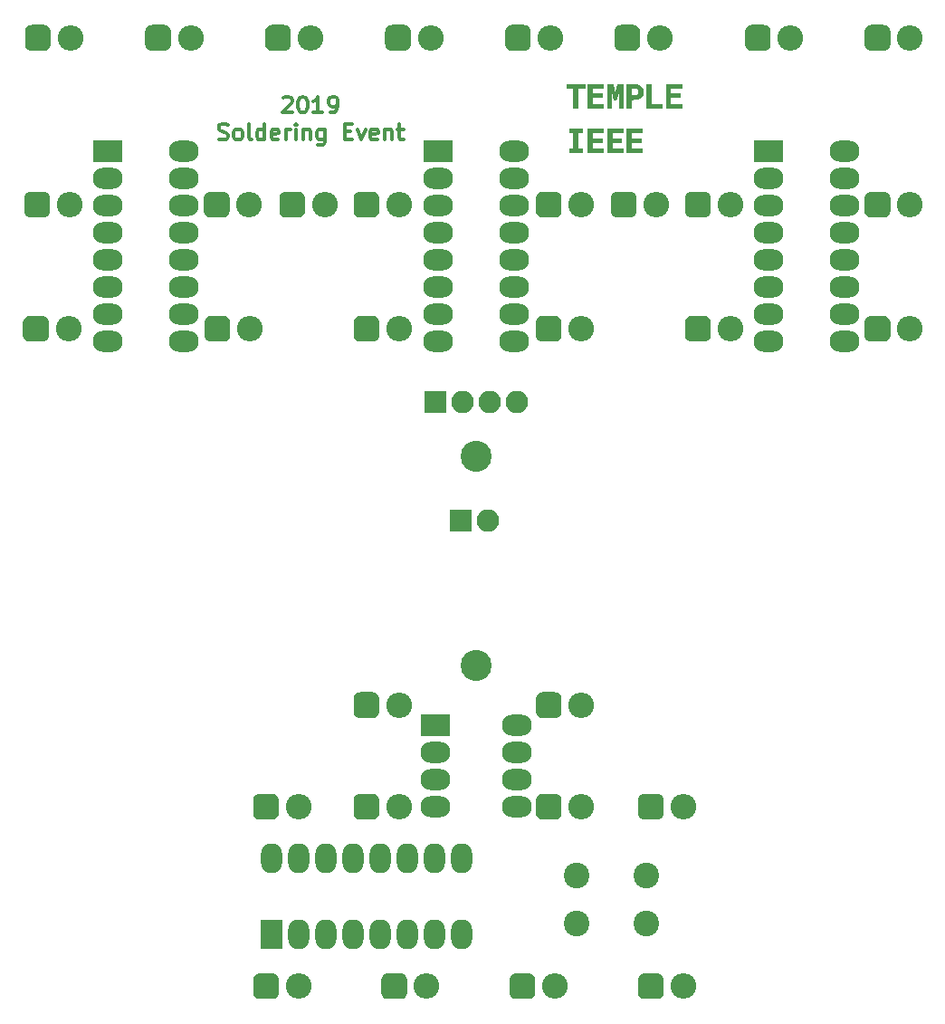
<source format=gbr>
G04 #@! TF.GenerationSoftware,KiCad,Pcbnew,(5.0.0)*
G04 #@! TF.CreationDate,2019-09-06T11:34:28-04:00*
G04 #@! TF.ProjectId,MiniTempleT,4D696E6954656D706C65542E6B696361,rev?*
G04 #@! TF.SameCoordinates,Original*
G04 #@! TF.FileFunction,Soldermask,Top*
G04 #@! TF.FilePolarity,Negative*
%FSLAX46Y46*%
G04 Gerber Fmt 4.6, Leading zero omitted, Abs format (unit mm)*
G04 Created by KiCad (PCBNEW (5.0.0)) date 09/06/19 11:34:28*
%MOMM*%
%LPD*%
G01*
G04 APERTURE LIST*
%ADD10C,0.350000*%
%ADD11C,0.010000*%
%ADD12O,2.400000X2.400000*%
%ADD13C,0.100000*%
%ADD14C,2.400000*%
%ADD15C,2.900000*%
%ADD16R,2.100000X2.100000*%
%ADD17O,2.100000X2.100000*%
%ADD18O,2.800000X2.000000*%
%ADD19R,2.800000X2.000000*%
%ADD20R,2.000000X2.800000*%
%ADD21O,2.000000X2.800000*%
G04 APERTURE END LIST*
D10*
X147128571Y-67477142D02*
X147342857Y-67548571D01*
X147700000Y-67548571D01*
X147842857Y-67477142D01*
X147914285Y-67405714D01*
X147985714Y-67262857D01*
X147985714Y-67120000D01*
X147914285Y-66977142D01*
X147842857Y-66905714D01*
X147700000Y-66834285D01*
X147414285Y-66762857D01*
X147271428Y-66691428D01*
X147200000Y-66620000D01*
X147128571Y-66477142D01*
X147128571Y-66334285D01*
X147200000Y-66191428D01*
X147271428Y-66120000D01*
X147414285Y-66048571D01*
X147771428Y-66048571D01*
X147985714Y-66120000D01*
X148842857Y-67548571D02*
X148700000Y-67477142D01*
X148628571Y-67405714D01*
X148557142Y-67262857D01*
X148557142Y-66834285D01*
X148628571Y-66691428D01*
X148700000Y-66620000D01*
X148842857Y-66548571D01*
X149057142Y-66548571D01*
X149200000Y-66620000D01*
X149271428Y-66691428D01*
X149342857Y-66834285D01*
X149342857Y-67262857D01*
X149271428Y-67405714D01*
X149200000Y-67477142D01*
X149057142Y-67548571D01*
X148842857Y-67548571D01*
X150200000Y-67548571D02*
X150057142Y-67477142D01*
X149985714Y-67334285D01*
X149985714Y-66048571D01*
X151414285Y-67548571D02*
X151414285Y-66048571D01*
X151414285Y-67477142D02*
X151271428Y-67548571D01*
X150985714Y-67548571D01*
X150842857Y-67477142D01*
X150771428Y-67405714D01*
X150700000Y-67262857D01*
X150700000Y-66834285D01*
X150771428Y-66691428D01*
X150842857Y-66620000D01*
X150985714Y-66548571D01*
X151271428Y-66548571D01*
X151414285Y-66620000D01*
X152700000Y-67477142D02*
X152557142Y-67548571D01*
X152271428Y-67548571D01*
X152128571Y-67477142D01*
X152057142Y-67334285D01*
X152057142Y-66762857D01*
X152128571Y-66620000D01*
X152271428Y-66548571D01*
X152557142Y-66548571D01*
X152700000Y-66620000D01*
X152771428Y-66762857D01*
X152771428Y-66905714D01*
X152057142Y-67048571D01*
X153414285Y-67548571D02*
X153414285Y-66548571D01*
X153414285Y-66834285D02*
X153485714Y-66691428D01*
X153557142Y-66620000D01*
X153700000Y-66548571D01*
X153842857Y-66548571D01*
X154342857Y-67548571D02*
X154342857Y-66548571D01*
X154342857Y-66048571D02*
X154271428Y-66120000D01*
X154342857Y-66191428D01*
X154414285Y-66120000D01*
X154342857Y-66048571D01*
X154342857Y-66191428D01*
X155057142Y-66548571D02*
X155057142Y-67548571D01*
X155057142Y-66691428D02*
X155128571Y-66620000D01*
X155271428Y-66548571D01*
X155485714Y-66548571D01*
X155628571Y-66620000D01*
X155700000Y-66762857D01*
X155700000Y-67548571D01*
X157057142Y-66548571D02*
X157057142Y-67762857D01*
X156985714Y-67905714D01*
X156914285Y-67977142D01*
X156771428Y-68048571D01*
X156557142Y-68048571D01*
X156414285Y-67977142D01*
X157057142Y-67477142D02*
X156914285Y-67548571D01*
X156628571Y-67548571D01*
X156485714Y-67477142D01*
X156414285Y-67405714D01*
X156342857Y-67262857D01*
X156342857Y-66834285D01*
X156414285Y-66691428D01*
X156485714Y-66620000D01*
X156628571Y-66548571D01*
X156914285Y-66548571D01*
X157057142Y-66620000D01*
X158914285Y-66762857D02*
X159414285Y-66762857D01*
X159628571Y-67548571D02*
X158914285Y-67548571D01*
X158914285Y-66048571D01*
X159628571Y-66048571D01*
X160128571Y-66548571D02*
X160485714Y-67548571D01*
X160842857Y-66548571D01*
X161985714Y-67477142D02*
X161842857Y-67548571D01*
X161557142Y-67548571D01*
X161414285Y-67477142D01*
X161342857Y-67334285D01*
X161342857Y-66762857D01*
X161414285Y-66620000D01*
X161557142Y-66548571D01*
X161842857Y-66548571D01*
X161985714Y-66620000D01*
X162057142Y-66762857D01*
X162057142Y-66905714D01*
X161342857Y-67048571D01*
X162700000Y-66548571D02*
X162700000Y-67548571D01*
X162700000Y-66691428D02*
X162771428Y-66620000D01*
X162914285Y-66548571D01*
X163128571Y-66548571D01*
X163271428Y-66620000D01*
X163342857Y-66762857D01*
X163342857Y-67548571D01*
X163842857Y-66548571D02*
X164414285Y-66548571D01*
X164057142Y-66048571D02*
X164057142Y-67334285D01*
X164128571Y-67477142D01*
X164271428Y-67548571D01*
X164414285Y-67548571D01*
X153138571Y-63651428D02*
X153210000Y-63580000D01*
X153352857Y-63508571D01*
X153710000Y-63508571D01*
X153852857Y-63580000D01*
X153924285Y-63651428D01*
X153995714Y-63794285D01*
X153995714Y-63937142D01*
X153924285Y-64151428D01*
X153067142Y-65008571D01*
X153995714Y-65008571D01*
X154924285Y-63508571D02*
X155067142Y-63508571D01*
X155210000Y-63580000D01*
X155281428Y-63651428D01*
X155352857Y-63794285D01*
X155424285Y-64080000D01*
X155424285Y-64437142D01*
X155352857Y-64722857D01*
X155281428Y-64865714D01*
X155210000Y-64937142D01*
X155067142Y-65008571D01*
X154924285Y-65008571D01*
X154781428Y-64937142D01*
X154710000Y-64865714D01*
X154638571Y-64722857D01*
X154567142Y-64437142D01*
X154567142Y-64080000D01*
X154638571Y-63794285D01*
X154710000Y-63651428D01*
X154781428Y-63580000D01*
X154924285Y-63508571D01*
X156852857Y-65008571D02*
X155995714Y-65008571D01*
X156424285Y-65008571D02*
X156424285Y-63508571D01*
X156281428Y-63722857D01*
X156138571Y-63865714D01*
X155995714Y-63937142D01*
X157567142Y-65008571D02*
X157852857Y-65008571D01*
X157995714Y-64937142D01*
X158067142Y-64865714D01*
X158210000Y-64651428D01*
X158281428Y-64365714D01*
X158281428Y-63794285D01*
X158210000Y-63651428D01*
X158138571Y-63580000D01*
X157995714Y-63508571D01*
X157710000Y-63508571D01*
X157567142Y-63580000D01*
X157495714Y-63651428D01*
X157424285Y-63794285D01*
X157424285Y-64151428D01*
X157495714Y-64294285D01*
X157567142Y-64365714D01*
X157710000Y-64437142D01*
X157995714Y-64437142D01*
X158138571Y-64365714D01*
X158210000Y-64294285D01*
X158281428Y-64151428D01*
D11*
G04 #@! TO.C,G1*
G36*
X190422334Y-62679000D02*
X189364000Y-62679000D01*
X189364000Y-63229334D01*
X190253000Y-63229334D01*
X190253000Y-63568000D01*
X189364000Y-63568000D01*
X189364000Y-64203000D01*
X190422334Y-64203000D01*
X190422334Y-64541667D01*
X188983000Y-64541667D01*
X188983000Y-62340334D01*
X190422334Y-62340334D01*
X190422334Y-62679000D01*
X190422334Y-62679000D01*
G37*
X190422334Y-62679000D02*
X189364000Y-62679000D01*
X189364000Y-63229334D01*
X190253000Y-63229334D01*
X190253000Y-63568000D01*
X189364000Y-63568000D01*
X189364000Y-64203000D01*
X190422334Y-64203000D01*
X190422334Y-64541667D01*
X188983000Y-64541667D01*
X188983000Y-62340334D01*
X190422334Y-62340334D01*
X190422334Y-62679000D01*
G36*
X187543667Y-64203000D02*
X188559667Y-64203000D01*
X188559667Y-64541667D01*
X187162667Y-64541667D01*
X187162667Y-62340334D01*
X187543667Y-62340334D01*
X187543667Y-64203000D01*
X187543667Y-64203000D01*
G37*
X187543667Y-64203000D02*
X188559667Y-64203000D01*
X188559667Y-64541667D01*
X187162667Y-64541667D01*
X187162667Y-62340334D01*
X187543667Y-62340334D01*
X187543667Y-64203000D01*
G36*
X185818584Y-62347010D02*
X186053378Y-62356373D01*
X186221443Y-62370005D01*
X186340700Y-62390612D01*
X186429070Y-62420905D01*
X186477674Y-62446613D01*
X186651996Y-62597062D01*
X186764246Y-62792091D01*
X186808639Y-63013034D01*
X186779389Y-63241224D01*
X186749211Y-63322696D01*
X186641404Y-63498097D01*
X186490921Y-63619874D01*
X186285824Y-63694816D01*
X186035588Y-63728428D01*
X185723334Y-63748468D01*
X185723334Y-64541667D01*
X185300000Y-64541667D01*
X185300000Y-62679000D01*
X185723334Y-62679000D01*
X185723334Y-63398667D01*
X185964022Y-63398667D01*
X186123529Y-63390178D01*
X186229472Y-63359295D01*
X186302688Y-63306621D01*
X186384233Y-63177122D01*
X186402765Y-63020842D01*
X186358616Y-62867175D01*
X186296758Y-62782909D01*
X186216017Y-62719203D01*
X186118642Y-62687889D01*
X185972270Y-62679036D01*
X185958091Y-62679000D01*
X185723334Y-62679000D01*
X185300000Y-62679000D01*
X185300000Y-62331627D01*
X185818584Y-62347010D01*
X185818584Y-62347010D01*
G37*
X185818584Y-62347010D02*
X186053378Y-62356373D01*
X186221443Y-62370005D01*
X186340700Y-62390612D01*
X186429070Y-62420905D01*
X186477674Y-62446613D01*
X186651996Y-62597062D01*
X186764246Y-62792091D01*
X186808639Y-63013034D01*
X186779389Y-63241224D01*
X186749211Y-63322696D01*
X186641404Y-63498097D01*
X186490921Y-63619874D01*
X186285824Y-63694816D01*
X186035588Y-63728428D01*
X185723334Y-63748468D01*
X185723334Y-64541667D01*
X185300000Y-64541667D01*
X185300000Y-62679000D01*
X185723334Y-62679000D01*
X185723334Y-63398667D01*
X185964022Y-63398667D01*
X186123529Y-63390178D01*
X186229472Y-63359295D01*
X186302688Y-63306621D01*
X186384233Y-63177122D01*
X186402765Y-63020842D01*
X186358616Y-62867175D01*
X186296758Y-62782909D01*
X186216017Y-62719203D01*
X186118642Y-62687889D01*
X185972270Y-62679036D01*
X185958091Y-62679000D01*
X185723334Y-62679000D01*
X185300000Y-62679000D01*
X185300000Y-62331627D01*
X185818584Y-62347010D01*
G36*
X184069445Y-62748678D02*
X184119255Y-62937713D01*
X184160458Y-63058116D01*
X184190795Y-63103876D01*
X184200635Y-63097928D01*
X184226393Y-63031563D01*
X184266336Y-62906550D01*
X184313166Y-62746133D01*
X184328834Y-62689584D01*
X184424283Y-62340334D01*
X184919000Y-62340334D01*
X184919000Y-64541667D01*
X184582162Y-64541667D01*
X184570664Y-63726750D01*
X184559167Y-62911834D01*
X184414403Y-63366917D01*
X184348704Y-63567247D01*
X184298919Y-63699489D01*
X184258079Y-63777072D01*
X184219216Y-63813425D01*
X184178226Y-63822000D01*
X184134444Y-63812566D01*
X184096984Y-63774926D01*
X184058902Y-63695075D01*
X184013257Y-63559004D01*
X183963157Y-63388084D01*
X183839500Y-62954167D01*
X183827983Y-63747917D01*
X183816465Y-64541667D01*
X183479667Y-64541667D01*
X183479667Y-62340334D01*
X183971002Y-62340334D01*
X184069445Y-62748678D01*
X184069445Y-62748678D01*
G37*
X184069445Y-62748678D02*
X184119255Y-62937713D01*
X184160458Y-63058116D01*
X184190795Y-63103876D01*
X184200635Y-63097928D01*
X184226393Y-63031563D01*
X184266336Y-62906550D01*
X184313166Y-62746133D01*
X184328834Y-62689584D01*
X184424283Y-62340334D01*
X184919000Y-62340334D01*
X184919000Y-64541667D01*
X184582162Y-64541667D01*
X184570664Y-63726750D01*
X184559167Y-62911834D01*
X184414403Y-63366917D01*
X184348704Y-63567247D01*
X184298919Y-63699489D01*
X184258079Y-63777072D01*
X184219216Y-63813425D01*
X184178226Y-63822000D01*
X184134444Y-63812566D01*
X184096984Y-63774926D01*
X184058902Y-63695075D01*
X184013257Y-63559004D01*
X183963157Y-63388084D01*
X183839500Y-62954167D01*
X183827983Y-63747917D01*
X183816465Y-64541667D01*
X183479667Y-64541667D01*
X183479667Y-62340334D01*
X183971002Y-62340334D01*
X184069445Y-62748678D01*
G36*
X183098667Y-62679000D02*
X182082667Y-62679000D01*
X182082667Y-63229334D01*
X182971667Y-63229334D01*
X182971667Y-63568000D01*
X182082667Y-63568000D01*
X182082667Y-64203000D01*
X183098667Y-64203000D01*
X183098667Y-64541667D01*
X181659334Y-64541667D01*
X181659334Y-62340334D01*
X183098667Y-62340334D01*
X183098667Y-62679000D01*
X183098667Y-62679000D01*
G37*
X183098667Y-62679000D02*
X182082667Y-62679000D01*
X182082667Y-63229334D01*
X182971667Y-63229334D01*
X182971667Y-63568000D01*
X182082667Y-63568000D01*
X182082667Y-64203000D01*
X183098667Y-64203000D01*
X183098667Y-64541667D01*
X181659334Y-64541667D01*
X181659334Y-62340334D01*
X183098667Y-62340334D01*
X183098667Y-62679000D01*
G36*
X181363000Y-62679000D02*
X180728000Y-62679000D01*
X180728000Y-64541667D01*
X180304667Y-64541667D01*
X180304667Y-62679000D01*
X179669667Y-62679000D01*
X179669667Y-62340334D01*
X181363000Y-62340334D01*
X181363000Y-62679000D01*
X181363000Y-62679000D01*
G37*
X181363000Y-62679000D02*
X180728000Y-62679000D01*
X180728000Y-64541667D01*
X180304667Y-64541667D01*
X180304667Y-62679000D01*
X179669667Y-62679000D01*
X179669667Y-62340334D01*
X181363000Y-62340334D01*
X181363000Y-62679000D01*
G36*
X186739334Y-66870000D02*
X185723334Y-66870000D01*
X185723334Y-67420334D01*
X186612334Y-67420334D01*
X186612334Y-67759000D01*
X185723334Y-67759000D01*
X185723334Y-68394000D01*
X186739334Y-68394000D01*
X186739334Y-68732667D01*
X185300000Y-68732667D01*
X185300000Y-66531334D01*
X186739334Y-66531334D01*
X186739334Y-66870000D01*
X186739334Y-66870000D01*
G37*
X186739334Y-66870000D02*
X185723334Y-66870000D01*
X185723334Y-67420334D01*
X186612334Y-67420334D01*
X186612334Y-67759000D01*
X185723334Y-67759000D01*
X185723334Y-68394000D01*
X186739334Y-68394000D01*
X186739334Y-68732667D01*
X185300000Y-68732667D01*
X185300000Y-66531334D01*
X186739334Y-66531334D01*
X186739334Y-66870000D01*
G36*
X184919000Y-66870000D02*
X183903000Y-66870000D01*
X183903000Y-67420334D01*
X184792000Y-67420334D01*
X184792000Y-67759000D01*
X183903000Y-67759000D01*
X183903000Y-68394000D01*
X184919000Y-68394000D01*
X184919000Y-68732667D01*
X183479667Y-68732667D01*
X183479667Y-66531334D01*
X184919000Y-66531334D01*
X184919000Y-66870000D01*
X184919000Y-66870000D01*
G37*
X184919000Y-66870000D02*
X183903000Y-66870000D01*
X183903000Y-67420334D01*
X184792000Y-67420334D01*
X184792000Y-67759000D01*
X183903000Y-67759000D01*
X183903000Y-68394000D01*
X184919000Y-68394000D01*
X184919000Y-68732667D01*
X183479667Y-68732667D01*
X183479667Y-66531334D01*
X184919000Y-66531334D01*
X184919000Y-66870000D01*
G36*
X183098667Y-66870000D02*
X182082667Y-66870000D01*
X182082667Y-67420334D01*
X182971667Y-67420334D01*
X182971667Y-67759000D01*
X182082667Y-67759000D01*
X182082667Y-68394000D01*
X183098667Y-68394000D01*
X183098667Y-68732667D01*
X181659334Y-68732667D01*
X181659334Y-66531334D01*
X183098667Y-66531334D01*
X183098667Y-66870000D01*
X183098667Y-66870000D01*
G37*
X183098667Y-66870000D02*
X182082667Y-66870000D01*
X182082667Y-67420334D01*
X182971667Y-67420334D01*
X182971667Y-67759000D01*
X182082667Y-67759000D01*
X182082667Y-68394000D01*
X183098667Y-68394000D01*
X183098667Y-68732667D01*
X181659334Y-68732667D01*
X181659334Y-66531334D01*
X183098667Y-66531334D01*
X183098667Y-66870000D01*
G36*
X181151334Y-66870000D02*
X180728000Y-66870000D01*
X180728000Y-68394000D01*
X181151334Y-68394000D01*
X181151334Y-68732667D01*
X179923667Y-68732667D01*
X179923667Y-68394000D01*
X180304667Y-68394000D01*
X180304667Y-66870000D01*
X179923667Y-66870000D01*
X179923667Y-66531334D01*
X181151334Y-66531334D01*
X181151334Y-66870000D01*
X181151334Y-66870000D01*
G37*
X181151334Y-66870000D02*
X180728000Y-66870000D01*
X180728000Y-68394000D01*
X181151334Y-68394000D01*
X181151334Y-68732667D01*
X179923667Y-68732667D01*
X179923667Y-68394000D01*
X180304667Y-68394000D01*
X180304667Y-66870000D01*
X179923667Y-66870000D01*
X179923667Y-66531334D01*
X181151334Y-66531334D01*
X181151334Y-66870000D01*
G04 #@! TD*
D12*
G04 #@! TO.C,D17*
X181050000Y-85217000D03*
D13*
G36*
X178668810Y-84019889D02*
X178727054Y-84028529D01*
X178784171Y-84042836D01*
X178839610Y-84062672D01*
X178892838Y-84087847D01*
X178943342Y-84118118D01*
X178990636Y-84153194D01*
X179034264Y-84192736D01*
X179073806Y-84236364D01*
X179108882Y-84283658D01*
X179139153Y-84334162D01*
X179164328Y-84387390D01*
X179184164Y-84442829D01*
X179198471Y-84499946D01*
X179207111Y-84558190D01*
X179210000Y-84617000D01*
X179210000Y-85817000D01*
X179207111Y-85875810D01*
X179198471Y-85934054D01*
X179184164Y-85991171D01*
X179164328Y-86046610D01*
X179139153Y-86099838D01*
X179108882Y-86150342D01*
X179073806Y-86197636D01*
X179034264Y-86241264D01*
X178990636Y-86280806D01*
X178943342Y-86315882D01*
X178892838Y-86346153D01*
X178839610Y-86371328D01*
X178784171Y-86391164D01*
X178727054Y-86405471D01*
X178668810Y-86414111D01*
X178610000Y-86417000D01*
X177410000Y-86417000D01*
X177351190Y-86414111D01*
X177292946Y-86405471D01*
X177235829Y-86391164D01*
X177180390Y-86371328D01*
X177127162Y-86346153D01*
X177076658Y-86315882D01*
X177029364Y-86280806D01*
X176985736Y-86241264D01*
X176946194Y-86197636D01*
X176911118Y-86150342D01*
X176880847Y-86099838D01*
X176855672Y-86046610D01*
X176835836Y-85991171D01*
X176821529Y-85934054D01*
X176812889Y-85875810D01*
X176810000Y-85817000D01*
X176810000Y-84617000D01*
X176812889Y-84558190D01*
X176821529Y-84499946D01*
X176835836Y-84442829D01*
X176855672Y-84387390D01*
X176880847Y-84334162D01*
X176911118Y-84283658D01*
X176946194Y-84236364D01*
X176985736Y-84192736D01*
X177029364Y-84153194D01*
X177076658Y-84118118D01*
X177127162Y-84087847D01*
X177180390Y-84062672D01*
X177235829Y-84042836D01*
X177292946Y-84028529D01*
X177351190Y-84019889D01*
X177410000Y-84017000D01*
X178610000Y-84017000D01*
X178668810Y-84019889D01*
X178668810Y-84019889D01*
G37*
D14*
X178010000Y-85217000D03*
G04 #@! TD*
G04 #@! TO.C,BTN1*
X180615000Y-140840000D03*
X180615000Y-136340000D03*
X187115000Y-140840000D03*
X187115000Y-136340000D03*
G04 #@! TD*
D15*
G04 #@! TO.C,Battery1*
X171196000Y-116669000D03*
X171196000Y-97169000D03*
G04 #@! TD*
D16*
G04 #@! TO.C,Power1*
X169799000Y-103137000D03*
D17*
X172339000Y-103137000D03*
G04 #@! TD*
D12*
G04 #@! TO.C,D1*
X133073000Y-85217000D03*
D13*
G36*
X130691810Y-84019889D02*
X130750054Y-84028529D01*
X130807171Y-84042836D01*
X130862610Y-84062672D01*
X130915838Y-84087847D01*
X130966342Y-84118118D01*
X131013636Y-84153194D01*
X131057264Y-84192736D01*
X131096806Y-84236364D01*
X131131882Y-84283658D01*
X131162153Y-84334162D01*
X131187328Y-84387390D01*
X131207164Y-84442829D01*
X131221471Y-84499946D01*
X131230111Y-84558190D01*
X131233000Y-84617000D01*
X131233000Y-85817000D01*
X131230111Y-85875810D01*
X131221471Y-85934054D01*
X131207164Y-85991171D01*
X131187328Y-86046610D01*
X131162153Y-86099838D01*
X131131882Y-86150342D01*
X131096806Y-86197636D01*
X131057264Y-86241264D01*
X131013636Y-86280806D01*
X130966342Y-86315882D01*
X130915838Y-86346153D01*
X130862610Y-86371328D01*
X130807171Y-86391164D01*
X130750054Y-86405471D01*
X130691810Y-86414111D01*
X130633000Y-86417000D01*
X129433000Y-86417000D01*
X129374190Y-86414111D01*
X129315946Y-86405471D01*
X129258829Y-86391164D01*
X129203390Y-86371328D01*
X129150162Y-86346153D01*
X129099658Y-86315882D01*
X129052364Y-86280806D01*
X129008736Y-86241264D01*
X128969194Y-86197636D01*
X128934118Y-86150342D01*
X128903847Y-86099838D01*
X128878672Y-86046610D01*
X128858836Y-85991171D01*
X128844529Y-85934054D01*
X128835889Y-85875810D01*
X128833000Y-85817000D01*
X128833000Y-84617000D01*
X128835889Y-84558190D01*
X128844529Y-84499946D01*
X128858836Y-84442829D01*
X128878672Y-84387390D01*
X128903847Y-84334162D01*
X128934118Y-84283658D01*
X128969194Y-84236364D01*
X129008736Y-84192736D01*
X129052364Y-84153194D01*
X129099658Y-84118118D01*
X129150162Y-84087847D01*
X129203390Y-84062672D01*
X129258829Y-84042836D01*
X129315946Y-84028529D01*
X129374190Y-84019889D01*
X129433000Y-84017000D01*
X130633000Y-84017000D01*
X130691810Y-84019889D01*
X130691810Y-84019889D01*
G37*
D14*
X130033000Y-85217000D03*
G04 #@! TD*
D12*
G04 #@! TO.C,D2*
X133190000Y-73600000D03*
D13*
G36*
X130808810Y-72402889D02*
X130867054Y-72411529D01*
X130924171Y-72425836D01*
X130979610Y-72445672D01*
X131032838Y-72470847D01*
X131083342Y-72501118D01*
X131130636Y-72536194D01*
X131174264Y-72575736D01*
X131213806Y-72619364D01*
X131248882Y-72666658D01*
X131279153Y-72717162D01*
X131304328Y-72770390D01*
X131324164Y-72825829D01*
X131338471Y-72882946D01*
X131347111Y-72941190D01*
X131350000Y-73000000D01*
X131350000Y-74200000D01*
X131347111Y-74258810D01*
X131338471Y-74317054D01*
X131324164Y-74374171D01*
X131304328Y-74429610D01*
X131279153Y-74482838D01*
X131248882Y-74533342D01*
X131213806Y-74580636D01*
X131174264Y-74624264D01*
X131130636Y-74663806D01*
X131083342Y-74698882D01*
X131032838Y-74729153D01*
X130979610Y-74754328D01*
X130924171Y-74774164D01*
X130867054Y-74788471D01*
X130808810Y-74797111D01*
X130750000Y-74800000D01*
X129550000Y-74800000D01*
X129491190Y-74797111D01*
X129432946Y-74788471D01*
X129375829Y-74774164D01*
X129320390Y-74754328D01*
X129267162Y-74729153D01*
X129216658Y-74698882D01*
X129169364Y-74663806D01*
X129125736Y-74624264D01*
X129086194Y-74580636D01*
X129051118Y-74533342D01*
X129020847Y-74482838D01*
X128995672Y-74429610D01*
X128975836Y-74374171D01*
X128961529Y-74317054D01*
X128952889Y-74258810D01*
X128950000Y-74200000D01*
X128950000Y-73000000D01*
X128952889Y-72941190D01*
X128961529Y-72882946D01*
X128975836Y-72825829D01*
X128995672Y-72770390D01*
X129020847Y-72717162D01*
X129051118Y-72666658D01*
X129086194Y-72619364D01*
X129125736Y-72575736D01*
X129169364Y-72536194D01*
X129216658Y-72501118D01*
X129267162Y-72470847D01*
X129320390Y-72445672D01*
X129375829Y-72425836D01*
X129432946Y-72411529D01*
X129491190Y-72402889D01*
X129550000Y-72400000D01*
X130750000Y-72400000D01*
X130808810Y-72402889D01*
X130808810Y-72402889D01*
G37*
D14*
X130150000Y-73600000D03*
G04 #@! TD*
D12*
G04 #@! TO.C,D3*
X133250000Y-58000000D03*
D13*
G36*
X130868810Y-56802889D02*
X130927054Y-56811529D01*
X130984171Y-56825836D01*
X131039610Y-56845672D01*
X131092838Y-56870847D01*
X131143342Y-56901118D01*
X131190636Y-56936194D01*
X131234264Y-56975736D01*
X131273806Y-57019364D01*
X131308882Y-57066658D01*
X131339153Y-57117162D01*
X131364328Y-57170390D01*
X131384164Y-57225829D01*
X131398471Y-57282946D01*
X131407111Y-57341190D01*
X131410000Y-57400000D01*
X131410000Y-58600000D01*
X131407111Y-58658810D01*
X131398471Y-58717054D01*
X131384164Y-58774171D01*
X131364328Y-58829610D01*
X131339153Y-58882838D01*
X131308882Y-58933342D01*
X131273806Y-58980636D01*
X131234264Y-59024264D01*
X131190636Y-59063806D01*
X131143342Y-59098882D01*
X131092838Y-59129153D01*
X131039610Y-59154328D01*
X130984171Y-59174164D01*
X130927054Y-59188471D01*
X130868810Y-59197111D01*
X130810000Y-59200000D01*
X129610000Y-59200000D01*
X129551190Y-59197111D01*
X129492946Y-59188471D01*
X129435829Y-59174164D01*
X129380390Y-59154328D01*
X129327162Y-59129153D01*
X129276658Y-59098882D01*
X129229364Y-59063806D01*
X129185736Y-59024264D01*
X129146194Y-58980636D01*
X129111118Y-58933342D01*
X129080847Y-58882838D01*
X129055672Y-58829610D01*
X129035836Y-58774171D01*
X129021529Y-58717054D01*
X129012889Y-58658810D01*
X129010000Y-58600000D01*
X129010000Y-57400000D01*
X129012889Y-57341190D01*
X129021529Y-57282946D01*
X129035836Y-57225829D01*
X129055672Y-57170390D01*
X129080847Y-57117162D01*
X129111118Y-57066658D01*
X129146194Y-57019364D01*
X129185736Y-56975736D01*
X129229364Y-56936194D01*
X129276658Y-56901118D01*
X129327162Y-56870847D01*
X129380390Y-56845672D01*
X129435829Y-56825836D01*
X129492946Y-56811529D01*
X129551190Y-56802889D01*
X129610000Y-56800000D01*
X130810000Y-56800000D01*
X130868810Y-56802889D01*
X130868810Y-56802889D01*
G37*
D14*
X130210000Y-58000000D03*
G04 #@! TD*
D12*
G04 #@! TO.C,D4*
X144500000Y-58000000D03*
D13*
G36*
X142118810Y-56802889D02*
X142177054Y-56811529D01*
X142234171Y-56825836D01*
X142289610Y-56845672D01*
X142342838Y-56870847D01*
X142393342Y-56901118D01*
X142440636Y-56936194D01*
X142484264Y-56975736D01*
X142523806Y-57019364D01*
X142558882Y-57066658D01*
X142589153Y-57117162D01*
X142614328Y-57170390D01*
X142634164Y-57225829D01*
X142648471Y-57282946D01*
X142657111Y-57341190D01*
X142660000Y-57400000D01*
X142660000Y-58600000D01*
X142657111Y-58658810D01*
X142648471Y-58717054D01*
X142634164Y-58774171D01*
X142614328Y-58829610D01*
X142589153Y-58882838D01*
X142558882Y-58933342D01*
X142523806Y-58980636D01*
X142484264Y-59024264D01*
X142440636Y-59063806D01*
X142393342Y-59098882D01*
X142342838Y-59129153D01*
X142289610Y-59154328D01*
X142234171Y-59174164D01*
X142177054Y-59188471D01*
X142118810Y-59197111D01*
X142060000Y-59200000D01*
X140860000Y-59200000D01*
X140801190Y-59197111D01*
X140742946Y-59188471D01*
X140685829Y-59174164D01*
X140630390Y-59154328D01*
X140577162Y-59129153D01*
X140526658Y-59098882D01*
X140479364Y-59063806D01*
X140435736Y-59024264D01*
X140396194Y-58980636D01*
X140361118Y-58933342D01*
X140330847Y-58882838D01*
X140305672Y-58829610D01*
X140285836Y-58774171D01*
X140271529Y-58717054D01*
X140262889Y-58658810D01*
X140260000Y-58600000D01*
X140260000Y-57400000D01*
X140262889Y-57341190D01*
X140271529Y-57282946D01*
X140285836Y-57225829D01*
X140305672Y-57170390D01*
X140330847Y-57117162D01*
X140361118Y-57066658D01*
X140396194Y-57019364D01*
X140435736Y-56975736D01*
X140479364Y-56936194D01*
X140526658Y-56901118D01*
X140577162Y-56870847D01*
X140630390Y-56845672D01*
X140685829Y-56825836D01*
X140742946Y-56811529D01*
X140801190Y-56802889D01*
X140860000Y-56800000D01*
X142060000Y-56800000D01*
X142118810Y-56802889D01*
X142118810Y-56802889D01*
G37*
D14*
X141460000Y-58000000D03*
G04 #@! TD*
D12*
G04 #@! TO.C,D5*
X155720000Y-58000000D03*
D13*
G36*
X153338810Y-56802889D02*
X153397054Y-56811529D01*
X153454171Y-56825836D01*
X153509610Y-56845672D01*
X153562838Y-56870847D01*
X153613342Y-56901118D01*
X153660636Y-56936194D01*
X153704264Y-56975736D01*
X153743806Y-57019364D01*
X153778882Y-57066658D01*
X153809153Y-57117162D01*
X153834328Y-57170390D01*
X153854164Y-57225829D01*
X153868471Y-57282946D01*
X153877111Y-57341190D01*
X153880000Y-57400000D01*
X153880000Y-58600000D01*
X153877111Y-58658810D01*
X153868471Y-58717054D01*
X153854164Y-58774171D01*
X153834328Y-58829610D01*
X153809153Y-58882838D01*
X153778882Y-58933342D01*
X153743806Y-58980636D01*
X153704264Y-59024264D01*
X153660636Y-59063806D01*
X153613342Y-59098882D01*
X153562838Y-59129153D01*
X153509610Y-59154328D01*
X153454171Y-59174164D01*
X153397054Y-59188471D01*
X153338810Y-59197111D01*
X153280000Y-59200000D01*
X152080000Y-59200000D01*
X152021190Y-59197111D01*
X151962946Y-59188471D01*
X151905829Y-59174164D01*
X151850390Y-59154328D01*
X151797162Y-59129153D01*
X151746658Y-59098882D01*
X151699364Y-59063806D01*
X151655736Y-59024264D01*
X151616194Y-58980636D01*
X151581118Y-58933342D01*
X151550847Y-58882838D01*
X151525672Y-58829610D01*
X151505836Y-58774171D01*
X151491529Y-58717054D01*
X151482889Y-58658810D01*
X151480000Y-58600000D01*
X151480000Y-57400000D01*
X151482889Y-57341190D01*
X151491529Y-57282946D01*
X151505836Y-57225829D01*
X151525672Y-57170390D01*
X151550847Y-57117162D01*
X151581118Y-57066658D01*
X151616194Y-57019364D01*
X151655736Y-56975736D01*
X151699364Y-56936194D01*
X151746658Y-56901118D01*
X151797162Y-56870847D01*
X151850390Y-56845672D01*
X151905829Y-56825836D01*
X151962946Y-56811529D01*
X152021190Y-56802889D01*
X152080000Y-56800000D01*
X153280000Y-56800000D01*
X153338810Y-56802889D01*
X153338810Y-56802889D01*
G37*
D14*
X152680000Y-58000000D03*
G04 #@! TD*
D12*
G04 #@! TO.C,D6*
X166940000Y-58000000D03*
D13*
G36*
X164558810Y-56802889D02*
X164617054Y-56811529D01*
X164674171Y-56825836D01*
X164729610Y-56845672D01*
X164782838Y-56870847D01*
X164833342Y-56901118D01*
X164880636Y-56936194D01*
X164924264Y-56975736D01*
X164963806Y-57019364D01*
X164998882Y-57066658D01*
X165029153Y-57117162D01*
X165054328Y-57170390D01*
X165074164Y-57225829D01*
X165088471Y-57282946D01*
X165097111Y-57341190D01*
X165100000Y-57400000D01*
X165100000Y-58600000D01*
X165097111Y-58658810D01*
X165088471Y-58717054D01*
X165074164Y-58774171D01*
X165054328Y-58829610D01*
X165029153Y-58882838D01*
X164998882Y-58933342D01*
X164963806Y-58980636D01*
X164924264Y-59024264D01*
X164880636Y-59063806D01*
X164833342Y-59098882D01*
X164782838Y-59129153D01*
X164729610Y-59154328D01*
X164674171Y-59174164D01*
X164617054Y-59188471D01*
X164558810Y-59197111D01*
X164500000Y-59200000D01*
X163300000Y-59200000D01*
X163241190Y-59197111D01*
X163182946Y-59188471D01*
X163125829Y-59174164D01*
X163070390Y-59154328D01*
X163017162Y-59129153D01*
X162966658Y-59098882D01*
X162919364Y-59063806D01*
X162875736Y-59024264D01*
X162836194Y-58980636D01*
X162801118Y-58933342D01*
X162770847Y-58882838D01*
X162745672Y-58829610D01*
X162725836Y-58774171D01*
X162711529Y-58717054D01*
X162702889Y-58658810D01*
X162700000Y-58600000D01*
X162700000Y-57400000D01*
X162702889Y-57341190D01*
X162711529Y-57282946D01*
X162725836Y-57225829D01*
X162745672Y-57170390D01*
X162770847Y-57117162D01*
X162801118Y-57066658D01*
X162836194Y-57019364D01*
X162875736Y-56975736D01*
X162919364Y-56936194D01*
X162966658Y-56901118D01*
X163017162Y-56870847D01*
X163070390Y-56845672D01*
X163125829Y-56825836D01*
X163182946Y-56811529D01*
X163241190Y-56802889D01*
X163300000Y-56800000D01*
X164500000Y-56800000D01*
X164558810Y-56802889D01*
X164558810Y-56802889D01*
G37*
D14*
X163900000Y-58000000D03*
G04 #@! TD*
D12*
G04 #@! TO.C,D7*
X178160000Y-58000000D03*
D13*
G36*
X175778810Y-56802889D02*
X175837054Y-56811529D01*
X175894171Y-56825836D01*
X175949610Y-56845672D01*
X176002838Y-56870847D01*
X176053342Y-56901118D01*
X176100636Y-56936194D01*
X176144264Y-56975736D01*
X176183806Y-57019364D01*
X176218882Y-57066658D01*
X176249153Y-57117162D01*
X176274328Y-57170390D01*
X176294164Y-57225829D01*
X176308471Y-57282946D01*
X176317111Y-57341190D01*
X176320000Y-57400000D01*
X176320000Y-58600000D01*
X176317111Y-58658810D01*
X176308471Y-58717054D01*
X176294164Y-58774171D01*
X176274328Y-58829610D01*
X176249153Y-58882838D01*
X176218882Y-58933342D01*
X176183806Y-58980636D01*
X176144264Y-59024264D01*
X176100636Y-59063806D01*
X176053342Y-59098882D01*
X176002838Y-59129153D01*
X175949610Y-59154328D01*
X175894171Y-59174164D01*
X175837054Y-59188471D01*
X175778810Y-59197111D01*
X175720000Y-59200000D01*
X174520000Y-59200000D01*
X174461190Y-59197111D01*
X174402946Y-59188471D01*
X174345829Y-59174164D01*
X174290390Y-59154328D01*
X174237162Y-59129153D01*
X174186658Y-59098882D01*
X174139364Y-59063806D01*
X174095736Y-59024264D01*
X174056194Y-58980636D01*
X174021118Y-58933342D01*
X173990847Y-58882838D01*
X173965672Y-58829610D01*
X173945836Y-58774171D01*
X173931529Y-58717054D01*
X173922889Y-58658810D01*
X173920000Y-58600000D01*
X173920000Y-57400000D01*
X173922889Y-57341190D01*
X173931529Y-57282946D01*
X173945836Y-57225829D01*
X173965672Y-57170390D01*
X173990847Y-57117162D01*
X174021118Y-57066658D01*
X174056194Y-57019364D01*
X174095736Y-56975736D01*
X174139364Y-56936194D01*
X174186658Y-56901118D01*
X174237162Y-56870847D01*
X174290390Y-56845672D01*
X174345829Y-56825836D01*
X174402946Y-56811529D01*
X174461190Y-56802889D01*
X174520000Y-56800000D01*
X175720000Y-56800000D01*
X175778810Y-56802889D01*
X175778810Y-56802889D01*
G37*
D14*
X175120000Y-58000000D03*
G04 #@! TD*
D12*
G04 #@! TO.C,D8*
X188380000Y-58000000D03*
D13*
G36*
X185998810Y-56802889D02*
X186057054Y-56811529D01*
X186114171Y-56825836D01*
X186169610Y-56845672D01*
X186222838Y-56870847D01*
X186273342Y-56901118D01*
X186320636Y-56936194D01*
X186364264Y-56975736D01*
X186403806Y-57019364D01*
X186438882Y-57066658D01*
X186469153Y-57117162D01*
X186494328Y-57170390D01*
X186514164Y-57225829D01*
X186528471Y-57282946D01*
X186537111Y-57341190D01*
X186540000Y-57400000D01*
X186540000Y-58600000D01*
X186537111Y-58658810D01*
X186528471Y-58717054D01*
X186514164Y-58774171D01*
X186494328Y-58829610D01*
X186469153Y-58882838D01*
X186438882Y-58933342D01*
X186403806Y-58980636D01*
X186364264Y-59024264D01*
X186320636Y-59063806D01*
X186273342Y-59098882D01*
X186222838Y-59129153D01*
X186169610Y-59154328D01*
X186114171Y-59174164D01*
X186057054Y-59188471D01*
X185998810Y-59197111D01*
X185940000Y-59200000D01*
X184740000Y-59200000D01*
X184681190Y-59197111D01*
X184622946Y-59188471D01*
X184565829Y-59174164D01*
X184510390Y-59154328D01*
X184457162Y-59129153D01*
X184406658Y-59098882D01*
X184359364Y-59063806D01*
X184315736Y-59024264D01*
X184276194Y-58980636D01*
X184241118Y-58933342D01*
X184210847Y-58882838D01*
X184185672Y-58829610D01*
X184165836Y-58774171D01*
X184151529Y-58717054D01*
X184142889Y-58658810D01*
X184140000Y-58600000D01*
X184140000Y-57400000D01*
X184142889Y-57341190D01*
X184151529Y-57282946D01*
X184165836Y-57225829D01*
X184185672Y-57170390D01*
X184210847Y-57117162D01*
X184241118Y-57066658D01*
X184276194Y-57019364D01*
X184315736Y-56975736D01*
X184359364Y-56936194D01*
X184406658Y-56901118D01*
X184457162Y-56870847D01*
X184510390Y-56845672D01*
X184565829Y-56825836D01*
X184622946Y-56811529D01*
X184681190Y-56802889D01*
X184740000Y-56800000D01*
X185940000Y-56800000D01*
X185998810Y-56802889D01*
X185998810Y-56802889D01*
G37*
D14*
X185340000Y-58000000D03*
G04 #@! TD*
D12*
G04 #@! TO.C,D9*
X200600000Y-58000000D03*
D13*
G36*
X198218810Y-56802889D02*
X198277054Y-56811529D01*
X198334171Y-56825836D01*
X198389610Y-56845672D01*
X198442838Y-56870847D01*
X198493342Y-56901118D01*
X198540636Y-56936194D01*
X198584264Y-56975736D01*
X198623806Y-57019364D01*
X198658882Y-57066658D01*
X198689153Y-57117162D01*
X198714328Y-57170390D01*
X198734164Y-57225829D01*
X198748471Y-57282946D01*
X198757111Y-57341190D01*
X198760000Y-57400000D01*
X198760000Y-58600000D01*
X198757111Y-58658810D01*
X198748471Y-58717054D01*
X198734164Y-58774171D01*
X198714328Y-58829610D01*
X198689153Y-58882838D01*
X198658882Y-58933342D01*
X198623806Y-58980636D01*
X198584264Y-59024264D01*
X198540636Y-59063806D01*
X198493342Y-59098882D01*
X198442838Y-59129153D01*
X198389610Y-59154328D01*
X198334171Y-59174164D01*
X198277054Y-59188471D01*
X198218810Y-59197111D01*
X198160000Y-59200000D01*
X196960000Y-59200000D01*
X196901190Y-59197111D01*
X196842946Y-59188471D01*
X196785829Y-59174164D01*
X196730390Y-59154328D01*
X196677162Y-59129153D01*
X196626658Y-59098882D01*
X196579364Y-59063806D01*
X196535736Y-59024264D01*
X196496194Y-58980636D01*
X196461118Y-58933342D01*
X196430847Y-58882838D01*
X196405672Y-58829610D01*
X196385836Y-58774171D01*
X196371529Y-58717054D01*
X196362889Y-58658810D01*
X196360000Y-58600000D01*
X196360000Y-57400000D01*
X196362889Y-57341190D01*
X196371529Y-57282946D01*
X196385836Y-57225829D01*
X196405672Y-57170390D01*
X196430847Y-57117162D01*
X196461118Y-57066658D01*
X196496194Y-57019364D01*
X196535736Y-56975736D01*
X196579364Y-56936194D01*
X196626658Y-56901118D01*
X196677162Y-56870847D01*
X196730390Y-56845672D01*
X196785829Y-56825836D01*
X196842946Y-56811529D01*
X196901190Y-56802889D01*
X196960000Y-56800000D01*
X198160000Y-56800000D01*
X198218810Y-56802889D01*
X198218810Y-56802889D01*
G37*
D14*
X197560000Y-58000000D03*
G04 #@! TD*
D12*
G04 #@! TO.C,D10*
X211790000Y-58000000D03*
D13*
G36*
X209408810Y-56802889D02*
X209467054Y-56811529D01*
X209524171Y-56825836D01*
X209579610Y-56845672D01*
X209632838Y-56870847D01*
X209683342Y-56901118D01*
X209730636Y-56936194D01*
X209774264Y-56975736D01*
X209813806Y-57019364D01*
X209848882Y-57066658D01*
X209879153Y-57117162D01*
X209904328Y-57170390D01*
X209924164Y-57225829D01*
X209938471Y-57282946D01*
X209947111Y-57341190D01*
X209950000Y-57400000D01*
X209950000Y-58600000D01*
X209947111Y-58658810D01*
X209938471Y-58717054D01*
X209924164Y-58774171D01*
X209904328Y-58829610D01*
X209879153Y-58882838D01*
X209848882Y-58933342D01*
X209813806Y-58980636D01*
X209774264Y-59024264D01*
X209730636Y-59063806D01*
X209683342Y-59098882D01*
X209632838Y-59129153D01*
X209579610Y-59154328D01*
X209524171Y-59174164D01*
X209467054Y-59188471D01*
X209408810Y-59197111D01*
X209350000Y-59200000D01*
X208150000Y-59200000D01*
X208091190Y-59197111D01*
X208032946Y-59188471D01*
X207975829Y-59174164D01*
X207920390Y-59154328D01*
X207867162Y-59129153D01*
X207816658Y-59098882D01*
X207769364Y-59063806D01*
X207725736Y-59024264D01*
X207686194Y-58980636D01*
X207651118Y-58933342D01*
X207620847Y-58882838D01*
X207595672Y-58829610D01*
X207575836Y-58774171D01*
X207561529Y-58717054D01*
X207552889Y-58658810D01*
X207550000Y-58600000D01*
X207550000Y-57400000D01*
X207552889Y-57341190D01*
X207561529Y-57282946D01*
X207575836Y-57225829D01*
X207595672Y-57170390D01*
X207620847Y-57117162D01*
X207651118Y-57066658D01*
X207686194Y-57019364D01*
X207725736Y-56975736D01*
X207769364Y-56936194D01*
X207816658Y-56901118D01*
X207867162Y-56870847D01*
X207920390Y-56845672D01*
X207975829Y-56825836D01*
X208032946Y-56811529D01*
X208091190Y-56802889D01*
X208150000Y-56800000D01*
X209350000Y-56800000D01*
X209408810Y-56802889D01*
X209408810Y-56802889D01*
G37*
D14*
X208750000Y-58000000D03*
G04 #@! TD*
D12*
G04 #@! TO.C,D11*
X211790000Y-73600000D03*
D13*
G36*
X209408810Y-72402889D02*
X209467054Y-72411529D01*
X209524171Y-72425836D01*
X209579610Y-72445672D01*
X209632838Y-72470847D01*
X209683342Y-72501118D01*
X209730636Y-72536194D01*
X209774264Y-72575736D01*
X209813806Y-72619364D01*
X209848882Y-72666658D01*
X209879153Y-72717162D01*
X209904328Y-72770390D01*
X209924164Y-72825829D01*
X209938471Y-72882946D01*
X209947111Y-72941190D01*
X209950000Y-73000000D01*
X209950000Y-74200000D01*
X209947111Y-74258810D01*
X209938471Y-74317054D01*
X209924164Y-74374171D01*
X209904328Y-74429610D01*
X209879153Y-74482838D01*
X209848882Y-74533342D01*
X209813806Y-74580636D01*
X209774264Y-74624264D01*
X209730636Y-74663806D01*
X209683342Y-74698882D01*
X209632838Y-74729153D01*
X209579610Y-74754328D01*
X209524171Y-74774164D01*
X209467054Y-74788471D01*
X209408810Y-74797111D01*
X209350000Y-74800000D01*
X208150000Y-74800000D01*
X208091190Y-74797111D01*
X208032946Y-74788471D01*
X207975829Y-74774164D01*
X207920390Y-74754328D01*
X207867162Y-74729153D01*
X207816658Y-74698882D01*
X207769364Y-74663806D01*
X207725736Y-74624264D01*
X207686194Y-74580636D01*
X207651118Y-74533342D01*
X207620847Y-74482838D01*
X207595672Y-74429610D01*
X207575836Y-74374171D01*
X207561529Y-74317054D01*
X207552889Y-74258810D01*
X207550000Y-74200000D01*
X207550000Y-73000000D01*
X207552889Y-72941190D01*
X207561529Y-72882946D01*
X207575836Y-72825829D01*
X207595672Y-72770390D01*
X207620847Y-72717162D01*
X207651118Y-72666658D01*
X207686194Y-72619364D01*
X207725736Y-72575736D01*
X207769364Y-72536194D01*
X207816658Y-72501118D01*
X207867162Y-72470847D01*
X207920390Y-72445672D01*
X207975829Y-72425836D01*
X208032946Y-72411529D01*
X208091190Y-72402889D01*
X208150000Y-72400000D01*
X209350000Y-72400000D01*
X209408810Y-72402889D01*
X209408810Y-72402889D01*
G37*
D14*
X208750000Y-73600000D03*
G04 #@! TD*
D12*
G04 #@! TO.C,D12*
X211790000Y-85217000D03*
D13*
G36*
X209408810Y-84019889D02*
X209467054Y-84028529D01*
X209524171Y-84042836D01*
X209579610Y-84062672D01*
X209632838Y-84087847D01*
X209683342Y-84118118D01*
X209730636Y-84153194D01*
X209774264Y-84192736D01*
X209813806Y-84236364D01*
X209848882Y-84283658D01*
X209879153Y-84334162D01*
X209904328Y-84387390D01*
X209924164Y-84442829D01*
X209938471Y-84499946D01*
X209947111Y-84558190D01*
X209950000Y-84617000D01*
X209950000Y-85817000D01*
X209947111Y-85875810D01*
X209938471Y-85934054D01*
X209924164Y-85991171D01*
X209904328Y-86046610D01*
X209879153Y-86099838D01*
X209848882Y-86150342D01*
X209813806Y-86197636D01*
X209774264Y-86241264D01*
X209730636Y-86280806D01*
X209683342Y-86315882D01*
X209632838Y-86346153D01*
X209579610Y-86371328D01*
X209524171Y-86391164D01*
X209467054Y-86405471D01*
X209408810Y-86414111D01*
X209350000Y-86417000D01*
X208150000Y-86417000D01*
X208091190Y-86414111D01*
X208032946Y-86405471D01*
X207975829Y-86391164D01*
X207920390Y-86371328D01*
X207867162Y-86346153D01*
X207816658Y-86315882D01*
X207769364Y-86280806D01*
X207725736Y-86241264D01*
X207686194Y-86197636D01*
X207651118Y-86150342D01*
X207620847Y-86099838D01*
X207595672Y-86046610D01*
X207575836Y-85991171D01*
X207561529Y-85934054D01*
X207552889Y-85875810D01*
X207550000Y-85817000D01*
X207550000Y-84617000D01*
X207552889Y-84558190D01*
X207561529Y-84499946D01*
X207575836Y-84442829D01*
X207595672Y-84387390D01*
X207620847Y-84334162D01*
X207651118Y-84283658D01*
X207686194Y-84236364D01*
X207725736Y-84192736D01*
X207769364Y-84153194D01*
X207816658Y-84118118D01*
X207867162Y-84087847D01*
X207920390Y-84062672D01*
X207975829Y-84042836D01*
X208032946Y-84028529D01*
X208091190Y-84019889D01*
X208150000Y-84017000D01*
X209350000Y-84017000D01*
X209408810Y-84019889D01*
X209408810Y-84019889D01*
G37*
D14*
X208750000Y-85217000D03*
G04 #@! TD*
D12*
G04 #@! TO.C,D13*
X194990000Y-85217000D03*
D13*
G36*
X192608810Y-84019889D02*
X192667054Y-84028529D01*
X192724171Y-84042836D01*
X192779610Y-84062672D01*
X192832838Y-84087847D01*
X192883342Y-84118118D01*
X192930636Y-84153194D01*
X192974264Y-84192736D01*
X193013806Y-84236364D01*
X193048882Y-84283658D01*
X193079153Y-84334162D01*
X193104328Y-84387390D01*
X193124164Y-84442829D01*
X193138471Y-84499946D01*
X193147111Y-84558190D01*
X193150000Y-84617000D01*
X193150000Y-85817000D01*
X193147111Y-85875810D01*
X193138471Y-85934054D01*
X193124164Y-85991171D01*
X193104328Y-86046610D01*
X193079153Y-86099838D01*
X193048882Y-86150342D01*
X193013806Y-86197636D01*
X192974264Y-86241264D01*
X192930636Y-86280806D01*
X192883342Y-86315882D01*
X192832838Y-86346153D01*
X192779610Y-86371328D01*
X192724171Y-86391164D01*
X192667054Y-86405471D01*
X192608810Y-86414111D01*
X192550000Y-86417000D01*
X191350000Y-86417000D01*
X191291190Y-86414111D01*
X191232946Y-86405471D01*
X191175829Y-86391164D01*
X191120390Y-86371328D01*
X191067162Y-86346153D01*
X191016658Y-86315882D01*
X190969364Y-86280806D01*
X190925736Y-86241264D01*
X190886194Y-86197636D01*
X190851118Y-86150342D01*
X190820847Y-86099838D01*
X190795672Y-86046610D01*
X190775836Y-85991171D01*
X190761529Y-85934054D01*
X190752889Y-85875810D01*
X190750000Y-85817000D01*
X190750000Y-84617000D01*
X190752889Y-84558190D01*
X190761529Y-84499946D01*
X190775836Y-84442829D01*
X190795672Y-84387390D01*
X190820847Y-84334162D01*
X190851118Y-84283658D01*
X190886194Y-84236364D01*
X190925736Y-84192736D01*
X190969364Y-84153194D01*
X191016658Y-84118118D01*
X191067162Y-84087847D01*
X191120390Y-84062672D01*
X191175829Y-84042836D01*
X191232946Y-84028529D01*
X191291190Y-84019889D01*
X191350000Y-84017000D01*
X192550000Y-84017000D01*
X192608810Y-84019889D01*
X192608810Y-84019889D01*
G37*
D14*
X191950000Y-85217000D03*
G04 #@! TD*
D12*
G04 #@! TO.C,D14*
X194990000Y-73600000D03*
D13*
G36*
X192608810Y-72402889D02*
X192667054Y-72411529D01*
X192724171Y-72425836D01*
X192779610Y-72445672D01*
X192832838Y-72470847D01*
X192883342Y-72501118D01*
X192930636Y-72536194D01*
X192974264Y-72575736D01*
X193013806Y-72619364D01*
X193048882Y-72666658D01*
X193079153Y-72717162D01*
X193104328Y-72770390D01*
X193124164Y-72825829D01*
X193138471Y-72882946D01*
X193147111Y-72941190D01*
X193150000Y-73000000D01*
X193150000Y-74200000D01*
X193147111Y-74258810D01*
X193138471Y-74317054D01*
X193124164Y-74374171D01*
X193104328Y-74429610D01*
X193079153Y-74482838D01*
X193048882Y-74533342D01*
X193013806Y-74580636D01*
X192974264Y-74624264D01*
X192930636Y-74663806D01*
X192883342Y-74698882D01*
X192832838Y-74729153D01*
X192779610Y-74754328D01*
X192724171Y-74774164D01*
X192667054Y-74788471D01*
X192608810Y-74797111D01*
X192550000Y-74800000D01*
X191350000Y-74800000D01*
X191291190Y-74797111D01*
X191232946Y-74788471D01*
X191175829Y-74774164D01*
X191120390Y-74754328D01*
X191067162Y-74729153D01*
X191016658Y-74698882D01*
X190969364Y-74663806D01*
X190925736Y-74624264D01*
X190886194Y-74580636D01*
X190851118Y-74533342D01*
X190820847Y-74482838D01*
X190795672Y-74429610D01*
X190775836Y-74374171D01*
X190761529Y-74317054D01*
X190752889Y-74258810D01*
X190750000Y-74200000D01*
X190750000Y-73000000D01*
X190752889Y-72941190D01*
X190761529Y-72882946D01*
X190775836Y-72825829D01*
X190795672Y-72770390D01*
X190820847Y-72717162D01*
X190851118Y-72666658D01*
X190886194Y-72619364D01*
X190925736Y-72575736D01*
X190969364Y-72536194D01*
X191016658Y-72501118D01*
X191067162Y-72470847D01*
X191120390Y-72445672D01*
X191175829Y-72425836D01*
X191232946Y-72411529D01*
X191291190Y-72402889D01*
X191350000Y-72400000D01*
X192550000Y-72400000D01*
X192608810Y-72402889D01*
X192608810Y-72402889D01*
G37*
D14*
X191950000Y-73600000D03*
G04 #@! TD*
D12*
G04 #@! TO.C,D15*
X188050000Y-73600000D03*
D13*
G36*
X185668810Y-72402889D02*
X185727054Y-72411529D01*
X185784171Y-72425836D01*
X185839610Y-72445672D01*
X185892838Y-72470847D01*
X185943342Y-72501118D01*
X185990636Y-72536194D01*
X186034264Y-72575736D01*
X186073806Y-72619364D01*
X186108882Y-72666658D01*
X186139153Y-72717162D01*
X186164328Y-72770390D01*
X186184164Y-72825829D01*
X186198471Y-72882946D01*
X186207111Y-72941190D01*
X186210000Y-73000000D01*
X186210000Y-74200000D01*
X186207111Y-74258810D01*
X186198471Y-74317054D01*
X186184164Y-74374171D01*
X186164328Y-74429610D01*
X186139153Y-74482838D01*
X186108882Y-74533342D01*
X186073806Y-74580636D01*
X186034264Y-74624264D01*
X185990636Y-74663806D01*
X185943342Y-74698882D01*
X185892838Y-74729153D01*
X185839610Y-74754328D01*
X185784171Y-74774164D01*
X185727054Y-74788471D01*
X185668810Y-74797111D01*
X185610000Y-74800000D01*
X184410000Y-74800000D01*
X184351190Y-74797111D01*
X184292946Y-74788471D01*
X184235829Y-74774164D01*
X184180390Y-74754328D01*
X184127162Y-74729153D01*
X184076658Y-74698882D01*
X184029364Y-74663806D01*
X183985736Y-74624264D01*
X183946194Y-74580636D01*
X183911118Y-74533342D01*
X183880847Y-74482838D01*
X183855672Y-74429610D01*
X183835836Y-74374171D01*
X183821529Y-74317054D01*
X183812889Y-74258810D01*
X183810000Y-74200000D01*
X183810000Y-73000000D01*
X183812889Y-72941190D01*
X183821529Y-72882946D01*
X183835836Y-72825829D01*
X183855672Y-72770390D01*
X183880847Y-72717162D01*
X183911118Y-72666658D01*
X183946194Y-72619364D01*
X183985736Y-72575736D01*
X184029364Y-72536194D01*
X184076658Y-72501118D01*
X184127162Y-72470847D01*
X184180390Y-72445672D01*
X184235829Y-72425836D01*
X184292946Y-72411529D01*
X184351190Y-72402889D01*
X184410000Y-72400000D01*
X185610000Y-72400000D01*
X185668810Y-72402889D01*
X185668810Y-72402889D01*
G37*
D14*
X185010000Y-73600000D03*
G04 #@! TD*
D12*
G04 #@! TO.C,D16*
X181050000Y-73600000D03*
D13*
G36*
X178668810Y-72402889D02*
X178727054Y-72411529D01*
X178784171Y-72425836D01*
X178839610Y-72445672D01*
X178892838Y-72470847D01*
X178943342Y-72501118D01*
X178990636Y-72536194D01*
X179034264Y-72575736D01*
X179073806Y-72619364D01*
X179108882Y-72666658D01*
X179139153Y-72717162D01*
X179164328Y-72770390D01*
X179184164Y-72825829D01*
X179198471Y-72882946D01*
X179207111Y-72941190D01*
X179210000Y-73000000D01*
X179210000Y-74200000D01*
X179207111Y-74258810D01*
X179198471Y-74317054D01*
X179184164Y-74374171D01*
X179164328Y-74429610D01*
X179139153Y-74482838D01*
X179108882Y-74533342D01*
X179073806Y-74580636D01*
X179034264Y-74624264D01*
X178990636Y-74663806D01*
X178943342Y-74698882D01*
X178892838Y-74729153D01*
X178839610Y-74754328D01*
X178784171Y-74774164D01*
X178727054Y-74788471D01*
X178668810Y-74797111D01*
X178610000Y-74800000D01*
X177410000Y-74800000D01*
X177351190Y-74797111D01*
X177292946Y-74788471D01*
X177235829Y-74774164D01*
X177180390Y-74754328D01*
X177127162Y-74729153D01*
X177076658Y-74698882D01*
X177029364Y-74663806D01*
X176985736Y-74624264D01*
X176946194Y-74580636D01*
X176911118Y-74533342D01*
X176880847Y-74482838D01*
X176855672Y-74429610D01*
X176835836Y-74374171D01*
X176821529Y-74317054D01*
X176812889Y-74258810D01*
X176810000Y-74200000D01*
X176810000Y-73000000D01*
X176812889Y-72941190D01*
X176821529Y-72882946D01*
X176835836Y-72825829D01*
X176855672Y-72770390D01*
X176880847Y-72717162D01*
X176911118Y-72666658D01*
X176946194Y-72619364D01*
X176985736Y-72575736D01*
X177029364Y-72536194D01*
X177076658Y-72501118D01*
X177127162Y-72470847D01*
X177180390Y-72445672D01*
X177235829Y-72425836D01*
X177292946Y-72411529D01*
X177351190Y-72402889D01*
X177410000Y-72400000D01*
X178610000Y-72400000D01*
X178668810Y-72402889D01*
X178668810Y-72402889D01*
G37*
D14*
X178010000Y-73600000D03*
G04 #@! TD*
D12*
G04 #@! TO.C,D18*
X181050000Y-120400000D03*
D13*
G36*
X178668810Y-119202889D02*
X178727054Y-119211529D01*
X178784171Y-119225836D01*
X178839610Y-119245672D01*
X178892838Y-119270847D01*
X178943342Y-119301118D01*
X178990636Y-119336194D01*
X179034264Y-119375736D01*
X179073806Y-119419364D01*
X179108882Y-119466658D01*
X179139153Y-119517162D01*
X179164328Y-119570390D01*
X179184164Y-119625829D01*
X179198471Y-119682946D01*
X179207111Y-119741190D01*
X179210000Y-119800000D01*
X179210000Y-121000000D01*
X179207111Y-121058810D01*
X179198471Y-121117054D01*
X179184164Y-121174171D01*
X179164328Y-121229610D01*
X179139153Y-121282838D01*
X179108882Y-121333342D01*
X179073806Y-121380636D01*
X179034264Y-121424264D01*
X178990636Y-121463806D01*
X178943342Y-121498882D01*
X178892838Y-121529153D01*
X178839610Y-121554328D01*
X178784171Y-121574164D01*
X178727054Y-121588471D01*
X178668810Y-121597111D01*
X178610000Y-121600000D01*
X177410000Y-121600000D01*
X177351190Y-121597111D01*
X177292946Y-121588471D01*
X177235829Y-121574164D01*
X177180390Y-121554328D01*
X177127162Y-121529153D01*
X177076658Y-121498882D01*
X177029364Y-121463806D01*
X176985736Y-121424264D01*
X176946194Y-121380636D01*
X176911118Y-121333342D01*
X176880847Y-121282838D01*
X176855672Y-121229610D01*
X176835836Y-121174171D01*
X176821529Y-121117054D01*
X176812889Y-121058810D01*
X176810000Y-121000000D01*
X176810000Y-119800000D01*
X176812889Y-119741190D01*
X176821529Y-119682946D01*
X176835836Y-119625829D01*
X176855672Y-119570390D01*
X176880847Y-119517162D01*
X176911118Y-119466658D01*
X176946194Y-119419364D01*
X176985736Y-119375736D01*
X177029364Y-119336194D01*
X177076658Y-119301118D01*
X177127162Y-119270847D01*
X177180390Y-119245672D01*
X177235829Y-119225836D01*
X177292946Y-119211529D01*
X177351190Y-119202889D01*
X177410000Y-119200000D01*
X178610000Y-119200000D01*
X178668810Y-119202889D01*
X178668810Y-119202889D01*
G37*
D14*
X178010000Y-120400000D03*
G04 #@! TD*
D12*
G04 #@! TO.C,D19*
X181050000Y-129900000D03*
D13*
G36*
X178668810Y-128702889D02*
X178727054Y-128711529D01*
X178784171Y-128725836D01*
X178839610Y-128745672D01*
X178892838Y-128770847D01*
X178943342Y-128801118D01*
X178990636Y-128836194D01*
X179034264Y-128875736D01*
X179073806Y-128919364D01*
X179108882Y-128966658D01*
X179139153Y-129017162D01*
X179164328Y-129070390D01*
X179184164Y-129125829D01*
X179198471Y-129182946D01*
X179207111Y-129241190D01*
X179210000Y-129300000D01*
X179210000Y-130500000D01*
X179207111Y-130558810D01*
X179198471Y-130617054D01*
X179184164Y-130674171D01*
X179164328Y-130729610D01*
X179139153Y-130782838D01*
X179108882Y-130833342D01*
X179073806Y-130880636D01*
X179034264Y-130924264D01*
X178990636Y-130963806D01*
X178943342Y-130998882D01*
X178892838Y-131029153D01*
X178839610Y-131054328D01*
X178784171Y-131074164D01*
X178727054Y-131088471D01*
X178668810Y-131097111D01*
X178610000Y-131100000D01*
X177410000Y-131100000D01*
X177351190Y-131097111D01*
X177292946Y-131088471D01*
X177235829Y-131074164D01*
X177180390Y-131054328D01*
X177127162Y-131029153D01*
X177076658Y-130998882D01*
X177029364Y-130963806D01*
X176985736Y-130924264D01*
X176946194Y-130880636D01*
X176911118Y-130833342D01*
X176880847Y-130782838D01*
X176855672Y-130729610D01*
X176835836Y-130674171D01*
X176821529Y-130617054D01*
X176812889Y-130558810D01*
X176810000Y-130500000D01*
X176810000Y-129300000D01*
X176812889Y-129241190D01*
X176821529Y-129182946D01*
X176835836Y-129125829D01*
X176855672Y-129070390D01*
X176880847Y-129017162D01*
X176911118Y-128966658D01*
X176946194Y-128919364D01*
X176985736Y-128875736D01*
X177029364Y-128836194D01*
X177076658Y-128801118D01*
X177127162Y-128770847D01*
X177180390Y-128745672D01*
X177235829Y-128725836D01*
X177292946Y-128711529D01*
X177351190Y-128702889D01*
X177410000Y-128700000D01*
X178610000Y-128700000D01*
X178668810Y-128702889D01*
X178668810Y-128702889D01*
G37*
D14*
X178010000Y-129900000D03*
G04 #@! TD*
D12*
G04 #@! TO.C,D20*
X190590000Y-129900000D03*
D13*
G36*
X188208810Y-128702889D02*
X188267054Y-128711529D01*
X188324171Y-128725836D01*
X188379610Y-128745672D01*
X188432838Y-128770847D01*
X188483342Y-128801118D01*
X188530636Y-128836194D01*
X188574264Y-128875736D01*
X188613806Y-128919364D01*
X188648882Y-128966658D01*
X188679153Y-129017162D01*
X188704328Y-129070390D01*
X188724164Y-129125829D01*
X188738471Y-129182946D01*
X188747111Y-129241190D01*
X188750000Y-129300000D01*
X188750000Y-130500000D01*
X188747111Y-130558810D01*
X188738471Y-130617054D01*
X188724164Y-130674171D01*
X188704328Y-130729610D01*
X188679153Y-130782838D01*
X188648882Y-130833342D01*
X188613806Y-130880636D01*
X188574264Y-130924264D01*
X188530636Y-130963806D01*
X188483342Y-130998882D01*
X188432838Y-131029153D01*
X188379610Y-131054328D01*
X188324171Y-131074164D01*
X188267054Y-131088471D01*
X188208810Y-131097111D01*
X188150000Y-131100000D01*
X186950000Y-131100000D01*
X186891190Y-131097111D01*
X186832946Y-131088471D01*
X186775829Y-131074164D01*
X186720390Y-131054328D01*
X186667162Y-131029153D01*
X186616658Y-130998882D01*
X186569364Y-130963806D01*
X186525736Y-130924264D01*
X186486194Y-130880636D01*
X186451118Y-130833342D01*
X186420847Y-130782838D01*
X186395672Y-130729610D01*
X186375836Y-130674171D01*
X186361529Y-130617054D01*
X186352889Y-130558810D01*
X186350000Y-130500000D01*
X186350000Y-129300000D01*
X186352889Y-129241190D01*
X186361529Y-129182946D01*
X186375836Y-129125829D01*
X186395672Y-129070390D01*
X186420847Y-129017162D01*
X186451118Y-128966658D01*
X186486194Y-128919364D01*
X186525736Y-128875736D01*
X186569364Y-128836194D01*
X186616658Y-128801118D01*
X186667162Y-128770847D01*
X186720390Y-128745672D01*
X186775829Y-128725836D01*
X186832946Y-128711529D01*
X186891190Y-128702889D01*
X186950000Y-128700000D01*
X188150000Y-128700000D01*
X188208810Y-128702889D01*
X188208810Y-128702889D01*
G37*
D14*
X187550000Y-129900000D03*
G04 #@! TD*
D12*
G04 #@! TO.C,D21*
X190590000Y-146700000D03*
D13*
G36*
X188208810Y-145502889D02*
X188267054Y-145511529D01*
X188324171Y-145525836D01*
X188379610Y-145545672D01*
X188432838Y-145570847D01*
X188483342Y-145601118D01*
X188530636Y-145636194D01*
X188574264Y-145675736D01*
X188613806Y-145719364D01*
X188648882Y-145766658D01*
X188679153Y-145817162D01*
X188704328Y-145870390D01*
X188724164Y-145925829D01*
X188738471Y-145982946D01*
X188747111Y-146041190D01*
X188750000Y-146100000D01*
X188750000Y-147300000D01*
X188747111Y-147358810D01*
X188738471Y-147417054D01*
X188724164Y-147474171D01*
X188704328Y-147529610D01*
X188679153Y-147582838D01*
X188648882Y-147633342D01*
X188613806Y-147680636D01*
X188574264Y-147724264D01*
X188530636Y-147763806D01*
X188483342Y-147798882D01*
X188432838Y-147829153D01*
X188379610Y-147854328D01*
X188324171Y-147874164D01*
X188267054Y-147888471D01*
X188208810Y-147897111D01*
X188150000Y-147900000D01*
X186950000Y-147900000D01*
X186891190Y-147897111D01*
X186832946Y-147888471D01*
X186775829Y-147874164D01*
X186720390Y-147854328D01*
X186667162Y-147829153D01*
X186616658Y-147798882D01*
X186569364Y-147763806D01*
X186525736Y-147724264D01*
X186486194Y-147680636D01*
X186451118Y-147633342D01*
X186420847Y-147582838D01*
X186395672Y-147529610D01*
X186375836Y-147474171D01*
X186361529Y-147417054D01*
X186352889Y-147358810D01*
X186350000Y-147300000D01*
X186350000Y-146100000D01*
X186352889Y-146041190D01*
X186361529Y-145982946D01*
X186375836Y-145925829D01*
X186395672Y-145870390D01*
X186420847Y-145817162D01*
X186451118Y-145766658D01*
X186486194Y-145719364D01*
X186525736Y-145675736D01*
X186569364Y-145636194D01*
X186616658Y-145601118D01*
X186667162Y-145570847D01*
X186720390Y-145545672D01*
X186775829Y-145525836D01*
X186832946Y-145511529D01*
X186891190Y-145502889D01*
X186950000Y-145500000D01*
X188150000Y-145500000D01*
X188208810Y-145502889D01*
X188208810Y-145502889D01*
G37*
D14*
X187550000Y-146700000D03*
G04 #@! TD*
D12*
G04 #@! TO.C,D22*
X178590000Y-146700000D03*
D13*
G36*
X176208810Y-145502889D02*
X176267054Y-145511529D01*
X176324171Y-145525836D01*
X176379610Y-145545672D01*
X176432838Y-145570847D01*
X176483342Y-145601118D01*
X176530636Y-145636194D01*
X176574264Y-145675736D01*
X176613806Y-145719364D01*
X176648882Y-145766658D01*
X176679153Y-145817162D01*
X176704328Y-145870390D01*
X176724164Y-145925829D01*
X176738471Y-145982946D01*
X176747111Y-146041190D01*
X176750000Y-146100000D01*
X176750000Y-147300000D01*
X176747111Y-147358810D01*
X176738471Y-147417054D01*
X176724164Y-147474171D01*
X176704328Y-147529610D01*
X176679153Y-147582838D01*
X176648882Y-147633342D01*
X176613806Y-147680636D01*
X176574264Y-147724264D01*
X176530636Y-147763806D01*
X176483342Y-147798882D01*
X176432838Y-147829153D01*
X176379610Y-147854328D01*
X176324171Y-147874164D01*
X176267054Y-147888471D01*
X176208810Y-147897111D01*
X176150000Y-147900000D01*
X174950000Y-147900000D01*
X174891190Y-147897111D01*
X174832946Y-147888471D01*
X174775829Y-147874164D01*
X174720390Y-147854328D01*
X174667162Y-147829153D01*
X174616658Y-147798882D01*
X174569364Y-147763806D01*
X174525736Y-147724264D01*
X174486194Y-147680636D01*
X174451118Y-147633342D01*
X174420847Y-147582838D01*
X174395672Y-147529610D01*
X174375836Y-147474171D01*
X174361529Y-147417054D01*
X174352889Y-147358810D01*
X174350000Y-147300000D01*
X174350000Y-146100000D01*
X174352889Y-146041190D01*
X174361529Y-145982946D01*
X174375836Y-145925829D01*
X174395672Y-145870390D01*
X174420847Y-145817162D01*
X174451118Y-145766658D01*
X174486194Y-145719364D01*
X174525736Y-145675736D01*
X174569364Y-145636194D01*
X174616658Y-145601118D01*
X174667162Y-145570847D01*
X174720390Y-145545672D01*
X174775829Y-145525836D01*
X174832946Y-145511529D01*
X174891190Y-145502889D01*
X174950000Y-145500000D01*
X176150000Y-145500000D01*
X176208810Y-145502889D01*
X176208810Y-145502889D01*
G37*
D14*
X175550000Y-146700000D03*
G04 #@! TD*
D12*
G04 #@! TO.C,D23*
X166590000Y-146700000D03*
D13*
G36*
X164208810Y-145502889D02*
X164267054Y-145511529D01*
X164324171Y-145525836D01*
X164379610Y-145545672D01*
X164432838Y-145570847D01*
X164483342Y-145601118D01*
X164530636Y-145636194D01*
X164574264Y-145675736D01*
X164613806Y-145719364D01*
X164648882Y-145766658D01*
X164679153Y-145817162D01*
X164704328Y-145870390D01*
X164724164Y-145925829D01*
X164738471Y-145982946D01*
X164747111Y-146041190D01*
X164750000Y-146100000D01*
X164750000Y-147300000D01*
X164747111Y-147358810D01*
X164738471Y-147417054D01*
X164724164Y-147474171D01*
X164704328Y-147529610D01*
X164679153Y-147582838D01*
X164648882Y-147633342D01*
X164613806Y-147680636D01*
X164574264Y-147724264D01*
X164530636Y-147763806D01*
X164483342Y-147798882D01*
X164432838Y-147829153D01*
X164379610Y-147854328D01*
X164324171Y-147874164D01*
X164267054Y-147888471D01*
X164208810Y-147897111D01*
X164150000Y-147900000D01*
X162950000Y-147900000D01*
X162891190Y-147897111D01*
X162832946Y-147888471D01*
X162775829Y-147874164D01*
X162720390Y-147854328D01*
X162667162Y-147829153D01*
X162616658Y-147798882D01*
X162569364Y-147763806D01*
X162525736Y-147724264D01*
X162486194Y-147680636D01*
X162451118Y-147633342D01*
X162420847Y-147582838D01*
X162395672Y-147529610D01*
X162375836Y-147474171D01*
X162361529Y-147417054D01*
X162352889Y-147358810D01*
X162350000Y-147300000D01*
X162350000Y-146100000D01*
X162352889Y-146041190D01*
X162361529Y-145982946D01*
X162375836Y-145925829D01*
X162395672Y-145870390D01*
X162420847Y-145817162D01*
X162451118Y-145766658D01*
X162486194Y-145719364D01*
X162525736Y-145675736D01*
X162569364Y-145636194D01*
X162616658Y-145601118D01*
X162667162Y-145570847D01*
X162720390Y-145545672D01*
X162775829Y-145525836D01*
X162832946Y-145511529D01*
X162891190Y-145502889D01*
X162950000Y-145500000D01*
X164150000Y-145500000D01*
X164208810Y-145502889D01*
X164208810Y-145502889D01*
G37*
D14*
X163550000Y-146700000D03*
G04 #@! TD*
D12*
G04 #@! TO.C,D24*
X154590000Y-146700000D03*
D13*
G36*
X152208810Y-145502889D02*
X152267054Y-145511529D01*
X152324171Y-145525836D01*
X152379610Y-145545672D01*
X152432838Y-145570847D01*
X152483342Y-145601118D01*
X152530636Y-145636194D01*
X152574264Y-145675736D01*
X152613806Y-145719364D01*
X152648882Y-145766658D01*
X152679153Y-145817162D01*
X152704328Y-145870390D01*
X152724164Y-145925829D01*
X152738471Y-145982946D01*
X152747111Y-146041190D01*
X152750000Y-146100000D01*
X152750000Y-147300000D01*
X152747111Y-147358810D01*
X152738471Y-147417054D01*
X152724164Y-147474171D01*
X152704328Y-147529610D01*
X152679153Y-147582838D01*
X152648882Y-147633342D01*
X152613806Y-147680636D01*
X152574264Y-147724264D01*
X152530636Y-147763806D01*
X152483342Y-147798882D01*
X152432838Y-147829153D01*
X152379610Y-147854328D01*
X152324171Y-147874164D01*
X152267054Y-147888471D01*
X152208810Y-147897111D01*
X152150000Y-147900000D01*
X150950000Y-147900000D01*
X150891190Y-147897111D01*
X150832946Y-147888471D01*
X150775829Y-147874164D01*
X150720390Y-147854328D01*
X150667162Y-147829153D01*
X150616658Y-147798882D01*
X150569364Y-147763806D01*
X150525736Y-147724264D01*
X150486194Y-147680636D01*
X150451118Y-147633342D01*
X150420847Y-147582838D01*
X150395672Y-147529610D01*
X150375836Y-147474171D01*
X150361529Y-147417054D01*
X150352889Y-147358810D01*
X150350000Y-147300000D01*
X150350000Y-146100000D01*
X150352889Y-146041190D01*
X150361529Y-145982946D01*
X150375836Y-145925829D01*
X150395672Y-145870390D01*
X150420847Y-145817162D01*
X150451118Y-145766658D01*
X150486194Y-145719364D01*
X150525736Y-145675736D01*
X150569364Y-145636194D01*
X150616658Y-145601118D01*
X150667162Y-145570847D01*
X150720390Y-145545672D01*
X150775829Y-145525836D01*
X150832946Y-145511529D01*
X150891190Y-145502889D01*
X150950000Y-145500000D01*
X152150000Y-145500000D01*
X152208810Y-145502889D01*
X152208810Y-145502889D01*
G37*
D14*
X151550000Y-146700000D03*
G04 #@! TD*
D12*
G04 #@! TO.C,D25*
X154590000Y-129900000D03*
D13*
G36*
X152208810Y-128702889D02*
X152267054Y-128711529D01*
X152324171Y-128725836D01*
X152379610Y-128745672D01*
X152432838Y-128770847D01*
X152483342Y-128801118D01*
X152530636Y-128836194D01*
X152574264Y-128875736D01*
X152613806Y-128919364D01*
X152648882Y-128966658D01*
X152679153Y-129017162D01*
X152704328Y-129070390D01*
X152724164Y-129125829D01*
X152738471Y-129182946D01*
X152747111Y-129241190D01*
X152750000Y-129300000D01*
X152750000Y-130500000D01*
X152747111Y-130558810D01*
X152738471Y-130617054D01*
X152724164Y-130674171D01*
X152704328Y-130729610D01*
X152679153Y-130782838D01*
X152648882Y-130833342D01*
X152613806Y-130880636D01*
X152574264Y-130924264D01*
X152530636Y-130963806D01*
X152483342Y-130998882D01*
X152432838Y-131029153D01*
X152379610Y-131054328D01*
X152324171Y-131074164D01*
X152267054Y-131088471D01*
X152208810Y-131097111D01*
X152150000Y-131100000D01*
X150950000Y-131100000D01*
X150891190Y-131097111D01*
X150832946Y-131088471D01*
X150775829Y-131074164D01*
X150720390Y-131054328D01*
X150667162Y-131029153D01*
X150616658Y-130998882D01*
X150569364Y-130963806D01*
X150525736Y-130924264D01*
X150486194Y-130880636D01*
X150451118Y-130833342D01*
X150420847Y-130782838D01*
X150395672Y-130729610D01*
X150375836Y-130674171D01*
X150361529Y-130617054D01*
X150352889Y-130558810D01*
X150350000Y-130500000D01*
X150350000Y-129300000D01*
X150352889Y-129241190D01*
X150361529Y-129182946D01*
X150375836Y-129125829D01*
X150395672Y-129070390D01*
X150420847Y-129017162D01*
X150451118Y-128966658D01*
X150486194Y-128919364D01*
X150525736Y-128875736D01*
X150569364Y-128836194D01*
X150616658Y-128801118D01*
X150667162Y-128770847D01*
X150720390Y-128745672D01*
X150775829Y-128725836D01*
X150832946Y-128711529D01*
X150891190Y-128702889D01*
X150950000Y-128700000D01*
X152150000Y-128700000D01*
X152208810Y-128702889D01*
X152208810Y-128702889D01*
G37*
D14*
X151550000Y-129900000D03*
G04 #@! TD*
D12*
G04 #@! TO.C,D26*
X163990000Y-129900000D03*
D13*
G36*
X161608810Y-128702889D02*
X161667054Y-128711529D01*
X161724171Y-128725836D01*
X161779610Y-128745672D01*
X161832838Y-128770847D01*
X161883342Y-128801118D01*
X161930636Y-128836194D01*
X161974264Y-128875736D01*
X162013806Y-128919364D01*
X162048882Y-128966658D01*
X162079153Y-129017162D01*
X162104328Y-129070390D01*
X162124164Y-129125829D01*
X162138471Y-129182946D01*
X162147111Y-129241190D01*
X162150000Y-129300000D01*
X162150000Y-130500000D01*
X162147111Y-130558810D01*
X162138471Y-130617054D01*
X162124164Y-130674171D01*
X162104328Y-130729610D01*
X162079153Y-130782838D01*
X162048882Y-130833342D01*
X162013806Y-130880636D01*
X161974264Y-130924264D01*
X161930636Y-130963806D01*
X161883342Y-130998882D01*
X161832838Y-131029153D01*
X161779610Y-131054328D01*
X161724171Y-131074164D01*
X161667054Y-131088471D01*
X161608810Y-131097111D01*
X161550000Y-131100000D01*
X160350000Y-131100000D01*
X160291190Y-131097111D01*
X160232946Y-131088471D01*
X160175829Y-131074164D01*
X160120390Y-131054328D01*
X160067162Y-131029153D01*
X160016658Y-130998882D01*
X159969364Y-130963806D01*
X159925736Y-130924264D01*
X159886194Y-130880636D01*
X159851118Y-130833342D01*
X159820847Y-130782838D01*
X159795672Y-130729610D01*
X159775836Y-130674171D01*
X159761529Y-130617054D01*
X159752889Y-130558810D01*
X159750000Y-130500000D01*
X159750000Y-129300000D01*
X159752889Y-129241190D01*
X159761529Y-129182946D01*
X159775836Y-129125829D01*
X159795672Y-129070390D01*
X159820847Y-129017162D01*
X159851118Y-128966658D01*
X159886194Y-128919364D01*
X159925736Y-128875736D01*
X159969364Y-128836194D01*
X160016658Y-128801118D01*
X160067162Y-128770847D01*
X160120390Y-128745672D01*
X160175829Y-128725836D01*
X160232946Y-128711529D01*
X160291190Y-128702889D01*
X160350000Y-128700000D01*
X161550000Y-128700000D01*
X161608810Y-128702889D01*
X161608810Y-128702889D01*
G37*
D14*
X160950000Y-129900000D03*
G04 #@! TD*
D12*
G04 #@! TO.C,D27*
X163990000Y-120400000D03*
D13*
G36*
X161608810Y-119202889D02*
X161667054Y-119211529D01*
X161724171Y-119225836D01*
X161779610Y-119245672D01*
X161832838Y-119270847D01*
X161883342Y-119301118D01*
X161930636Y-119336194D01*
X161974264Y-119375736D01*
X162013806Y-119419364D01*
X162048882Y-119466658D01*
X162079153Y-119517162D01*
X162104328Y-119570390D01*
X162124164Y-119625829D01*
X162138471Y-119682946D01*
X162147111Y-119741190D01*
X162150000Y-119800000D01*
X162150000Y-121000000D01*
X162147111Y-121058810D01*
X162138471Y-121117054D01*
X162124164Y-121174171D01*
X162104328Y-121229610D01*
X162079153Y-121282838D01*
X162048882Y-121333342D01*
X162013806Y-121380636D01*
X161974264Y-121424264D01*
X161930636Y-121463806D01*
X161883342Y-121498882D01*
X161832838Y-121529153D01*
X161779610Y-121554328D01*
X161724171Y-121574164D01*
X161667054Y-121588471D01*
X161608810Y-121597111D01*
X161550000Y-121600000D01*
X160350000Y-121600000D01*
X160291190Y-121597111D01*
X160232946Y-121588471D01*
X160175829Y-121574164D01*
X160120390Y-121554328D01*
X160067162Y-121529153D01*
X160016658Y-121498882D01*
X159969364Y-121463806D01*
X159925736Y-121424264D01*
X159886194Y-121380636D01*
X159851118Y-121333342D01*
X159820847Y-121282838D01*
X159795672Y-121229610D01*
X159775836Y-121174171D01*
X159761529Y-121117054D01*
X159752889Y-121058810D01*
X159750000Y-121000000D01*
X159750000Y-119800000D01*
X159752889Y-119741190D01*
X159761529Y-119682946D01*
X159775836Y-119625829D01*
X159795672Y-119570390D01*
X159820847Y-119517162D01*
X159851118Y-119466658D01*
X159886194Y-119419364D01*
X159925736Y-119375736D01*
X159969364Y-119336194D01*
X160016658Y-119301118D01*
X160067162Y-119270847D01*
X160120390Y-119245672D01*
X160175829Y-119225836D01*
X160232946Y-119211529D01*
X160291190Y-119202889D01*
X160350000Y-119200000D01*
X161550000Y-119200000D01*
X161608810Y-119202889D01*
X161608810Y-119202889D01*
G37*
D14*
X160950000Y-120400000D03*
G04 #@! TD*
D12*
G04 #@! TO.C,D28*
X163990000Y-85217000D03*
D13*
G36*
X161608810Y-84019889D02*
X161667054Y-84028529D01*
X161724171Y-84042836D01*
X161779610Y-84062672D01*
X161832838Y-84087847D01*
X161883342Y-84118118D01*
X161930636Y-84153194D01*
X161974264Y-84192736D01*
X162013806Y-84236364D01*
X162048882Y-84283658D01*
X162079153Y-84334162D01*
X162104328Y-84387390D01*
X162124164Y-84442829D01*
X162138471Y-84499946D01*
X162147111Y-84558190D01*
X162150000Y-84617000D01*
X162150000Y-85817000D01*
X162147111Y-85875810D01*
X162138471Y-85934054D01*
X162124164Y-85991171D01*
X162104328Y-86046610D01*
X162079153Y-86099838D01*
X162048882Y-86150342D01*
X162013806Y-86197636D01*
X161974264Y-86241264D01*
X161930636Y-86280806D01*
X161883342Y-86315882D01*
X161832838Y-86346153D01*
X161779610Y-86371328D01*
X161724171Y-86391164D01*
X161667054Y-86405471D01*
X161608810Y-86414111D01*
X161550000Y-86417000D01*
X160350000Y-86417000D01*
X160291190Y-86414111D01*
X160232946Y-86405471D01*
X160175829Y-86391164D01*
X160120390Y-86371328D01*
X160067162Y-86346153D01*
X160016658Y-86315882D01*
X159969364Y-86280806D01*
X159925736Y-86241264D01*
X159886194Y-86197636D01*
X159851118Y-86150342D01*
X159820847Y-86099838D01*
X159795672Y-86046610D01*
X159775836Y-85991171D01*
X159761529Y-85934054D01*
X159752889Y-85875810D01*
X159750000Y-85817000D01*
X159750000Y-84617000D01*
X159752889Y-84558190D01*
X159761529Y-84499946D01*
X159775836Y-84442829D01*
X159795672Y-84387390D01*
X159820847Y-84334162D01*
X159851118Y-84283658D01*
X159886194Y-84236364D01*
X159925736Y-84192736D01*
X159969364Y-84153194D01*
X160016658Y-84118118D01*
X160067162Y-84087847D01*
X160120390Y-84062672D01*
X160175829Y-84042836D01*
X160232946Y-84028529D01*
X160291190Y-84019889D01*
X160350000Y-84017000D01*
X161550000Y-84017000D01*
X161608810Y-84019889D01*
X161608810Y-84019889D01*
G37*
D14*
X160950000Y-85217000D03*
G04 #@! TD*
D12*
G04 #@! TO.C,D29*
X163990000Y-73600000D03*
D13*
G36*
X161608810Y-72402889D02*
X161667054Y-72411529D01*
X161724171Y-72425836D01*
X161779610Y-72445672D01*
X161832838Y-72470847D01*
X161883342Y-72501118D01*
X161930636Y-72536194D01*
X161974264Y-72575736D01*
X162013806Y-72619364D01*
X162048882Y-72666658D01*
X162079153Y-72717162D01*
X162104328Y-72770390D01*
X162124164Y-72825829D01*
X162138471Y-72882946D01*
X162147111Y-72941190D01*
X162150000Y-73000000D01*
X162150000Y-74200000D01*
X162147111Y-74258810D01*
X162138471Y-74317054D01*
X162124164Y-74374171D01*
X162104328Y-74429610D01*
X162079153Y-74482838D01*
X162048882Y-74533342D01*
X162013806Y-74580636D01*
X161974264Y-74624264D01*
X161930636Y-74663806D01*
X161883342Y-74698882D01*
X161832838Y-74729153D01*
X161779610Y-74754328D01*
X161724171Y-74774164D01*
X161667054Y-74788471D01*
X161608810Y-74797111D01*
X161550000Y-74800000D01*
X160350000Y-74800000D01*
X160291190Y-74797111D01*
X160232946Y-74788471D01*
X160175829Y-74774164D01*
X160120390Y-74754328D01*
X160067162Y-74729153D01*
X160016658Y-74698882D01*
X159969364Y-74663806D01*
X159925736Y-74624264D01*
X159886194Y-74580636D01*
X159851118Y-74533342D01*
X159820847Y-74482838D01*
X159795672Y-74429610D01*
X159775836Y-74374171D01*
X159761529Y-74317054D01*
X159752889Y-74258810D01*
X159750000Y-74200000D01*
X159750000Y-73000000D01*
X159752889Y-72941190D01*
X159761529Y-72882946D01*
X159775836Y-72825829D01*
X159795672Y-72770390D01*
X159820847Y-72717162D01*
X159851118Y-72666658D01*
X159886194Y-72619364D01*
X159925736Y-72575736D01*
X159969364Y-72536194D01*
X160016658Y-72501118D01*
X160067162Y-72470847D01*
X160120390Y-72445672D01*
X160175829Y-72425836D01*
X160232946Y-72411529D01*
X160291190Y-72402889D01*
X160350000Y-72400000D01*
X161550000Y-72400000D01*
X161608810Y-72402889D01*
X161608810Y-72402889D01*
G37*
D14*
X160950000Y-73600000D03*
G04 #@! TD*
D12*
G04 #@! TO.C,D30*
X157050000Y-73600000D03*
D13*
G36*
X154668810Y-72402889D02*
X154727054Y-72411529D01*
X154784171Y-72425836D01*
X154839610Y-72445672D01*
X154892838Y-72470847D01*
X154943342Y-72501118D01*
X154990636Y-72536194D01*
X155034264Y-72575736D01*
X155073806Y-72619364D01*
X155108882Y-72666658D01*
X155139153Y-72717162D01*
X155164328Y-72770390D01*
X155184164Y-72825829D01*
X155198471Y-72882946D01*
X155207111Y-72941190D01*
X155210000Y-73000000D01*
X155210000Y-74200000D01*
X155207111Y-74258810D01*
X155198471Y-74317054D01*
X155184164Y-74374171D01*
X155164328Y-74429610D01*
X155139153Y-74482838D01*
X155108882Y-74533342D01*
X155073806Y-74580636D01*
X155034264Y-74624264D01*
X154990636Y-74663806D01*
X154943342Y-74698882D01*
X154892838Y-74729153D01*
X154839610Y-74754328D01*
X154784171Y-74774164D01*
X154727054Y-74788471D01*
X154668810Y-74797111D01*
X154610000Y-74800000D01*
X153410000Y-74800000D01*
X153351190Y-74797111D01*
X153292946Y-74788471D01*
X153235829Y-74774164D01*
X153180390Y-74754328D01*
X153127162Y-74729153D01*
X153076658Y-74698882D01*
X153029364Y-74663806D01*
X152985736Y-74624264D01*
X152946194Y-74580636D01*
X152911118Y-74533342D01*
X152880847Y-74482838D01*
X152855672Y-74429610D01*
X152835836Y-74374171D01*
X152821529Y-74317054D01*
X152812889Y-74258810D01*
X152810000Y-74200000D01*
X152810000Y-73000000D01*
X152812889Y-72941190D01*
X152821529Y-72882946D01*
X152835836Y-72825829D01*
X152855672Y-72770390D01*
X152880847Y-72717162D01*
X152911118Y-72666658D01*
X152946194Y-72619364D01*
X152985736Y-72575736D01*
X153029364Y-72536194D01*
X153076658Y-72501118D01*
X153127162Y-72470847D01*
X153180390Y-72445672D01*
X153235829Y-72425836D01*
X153292946Y-72411529D01*
X153351190Y-72402889D01*
X153410000Y-72400000D01*
X154610000Y-72400000D01*
X154668810Y-72402889D01*
X154668810Y-72402889D01*
G37*
D14*
X154010000Y-73600000D03*
G04 #@! TD*
D12*
G04 #@! TO.C,D31*
X149990000Y-73600000D03*
D13*
G36*
X147608810Y-72402889D02*
X147667054Y-72411529D01*
X147724171Y-72425836D01*
X147779610Y-72445672D01*
X147832838Y-72470847D01*
X147883342Y-72501118D01*
X147930636Y-72536194D01*
X147974264Y-72575736D01*
X148013806Y-72619364D01*
X148048882Y-72666658D01*
X148079153Y-72717162D01*
X148104328Y-72770390D01*
X148124164Y-72825829D01*
X148138471Y-72882946D01*
X148147111Y-72941190D01*
X148150000Y-73000000D01*
X148150000Y-74200000D01*
X148147111Y-74258810D01*
X148138471Y-74317054D01*
X148124164Y-74374171D01*
X148104328Y-74429610D01*
X148079153Y-74482838D01*
X148048882Y-74533342D01*
X148013806Y-74580636D01*
X147974264Y-74624264D01*
X147930636Y-74663806D01*
X147883342Y-74698882D01*
X147832838Y-74729153D01*
X147779610Y-74754328D01*
X147724171Y-74774164D01*
X147667054Y-74788471D01*
X147608810Y-74797111D01*
X147550000Y-74800000D01*
X146350000Y-74800000D01*
X146291190Y-74797111D01*
X146232946Y-74788471D01*
X146175829Y-74774164D01*
X146120390Y-74754328D01*
X146067162Y-74729153D01*
X146016658Y-74698882D01*
X145969364Y-74663806D01*
X145925736Y-74624264D01*
X145886194Y-74580636D01*
X145851118Y-74533342D01*
X145820847Y-74482838D01*
X145795672Y-74429610D01*
X145775836Y-74374171D01*
X145761529Y-74317054D01*
X145752889Y-74258810D01*
X145750000Y-74200000D01*
X145750000Y-73000000D01*
X145752889Y-72941190D01*
X145761529Y-72882946D01*
X145775836Y-72825829D01*
X145795672Y-72770390D01*
X145820847Y-72717162D01*
X145851118Y-72666658D01*
X145886194Y-72619364D01*
X145925736Y-72575736D01*
X145969364Y-72536194D01*
X146016658Y-72501118D01*
X146067162Y-72470847D01*
X146120390Y-72445672D01*
X146175829Y-72425836D01*
X146232946Y-72411529D01*
X146291190Y-72402889D01*
X146350000Y-72400000D01*
X147550000Y-72400000D01*
X147608810Y-72402889D01*
X147608810Y-72402889D01*
G37*
D14*
X146950000Y-73600000D03*
G04 #@! TD*
D12*
G04 #@! TO.C,D32*
X150050000Y-85217000D03*
D13*
G36*
X147668810Y-84019889D02*
X147727054Y-84028529D01*
X147784171Y-84042836D01*
X147839610Y-84062672D01*
X147892838Y-84087847D01*
X147943342Y-84118118D01*
X147990636Y-84153194D01*
X148034264Y-84192736D01*
X148073806Y-84236364D01*
X148108882Y-84283658D01*
X148139153Y-84334162D01*
X148164328Y-84387390D01*
X148184164Y-84442829D01*
X148198471Y-84499946D01*
X148207111Y-84558190D01*
X148210000Y-84617000D01*
X148210000Y-85817000D01*
X148207111Y-85875810D01*
X148198471Y-85934054D01*
X148184164Y-85991171D01*
X148164328Y-86046610D01*
X148139153Y-86099838D01*
X148108882Y-86150342D01*
X148073806Y-86197636D01*
X148034264Y-86241264D01*
X147990636Y-86280806D01*
X147943342Y-86315882D01*
X147892838Y-86346153D01*
X147839610Y-86371328D01*
X147784171Y-86391164D01*
X147727054Y-86405471D01*
X147668810Y-86414111D01*
X147610000Y-86417000D01*
X146410000Y-86417000D01*
X146351190Y-86414111D01*
X146292946Y-86405471D01*
X146235829Y-86391164D01*
X146180390Y-86371328D01*
X146127162Y-86346153D01*
X146076658Y-86315882D01*
X146029364Y-86280806D01*
X145985736Y-86241264D01*
X145946194Y-86197636D01*
X145911118Y-86150342D01*
X145880847Y-86099838D01*
X145855672Y-86046610D01*
X145835836Y-85991171D01*
X145821529Y-85934054D01*
X145812889Y-85875810D01*
X145810000Y-85817000D01*
X145810000Y-84617000D01*
X145812889Y-84558190D01*
X145821529Y-84499946D01*
X145835836Y-84442829D01*
X145855672Y-84387390D01*
X145880847Y-84334162D01*
X145911118Y-84283658D01*
X145946194Y-84236364D01*
X145985736Y-84192736D01*
X146029364Y-84153194D01*
X146076658Y-84118118D01*
X146127162Y-84087847D01*
X146180390Y-84062672D01*
X146235829Y-84042836D01*
X146292946Y-84028529D01*
X146351190Y-84019889D01*
X146410000Y-84017000D01*
X147610000Y-84017000D01*
X147668810Y-84019889D01*
X147668810Y-84019889D01*
G37*
D14*
X147010000Y-85217000D03*
G04 #@! TD*
D16*
G04 #@! TO.C,POWER1*
X167430000Y-92040000D03*
D17*
X169970000Y-92040000D03*
X172510000Y-92040000D03*
X175050000Y-92040000D03*
G04 #@! TD*
D18*
G04 #@! TO.C,Shift1*
X143870000Y-68620000D03*
X136750000Y-86400000D03*
X143870000Y-71160000D03*
X136750000Y-83860000D03*
X143870000Y-73700000D03*
X136750000Y-81320000D03*
X143870000Y-76240000D03*
X136750000Y-78780000D03*
X143870000Y-78780000D03*
X136750000Y-76240000D03*
X143870000Y-81320000D03*
X136750000Y-73700000D03*
X143870000Y-83860000D03*
X136750000Y-71160000D03*
X143870000Y-86400000D03*
D19*
X136750000Y-68620000D03*
G04 #@! TD*
D18*
G04 #@! TO.C,Shift2*
X205670000Y-68620000D03*
X198550000Y-86400000D03*
X205670000Y-71160000D03*
X198550000Y-83860000D03*
X205670000Y-73700000D03*
X198550000Y-81320000D03*
X205670000Y-76240000D03*
X198550000Y-78780000D03*
X205670000Y-78780000D03*
X198550000Y-76240000D03*
X205670000Y-81320000D03*
X198550000Y-73700000D03*
X205670000Y-83860000D03*
X198550000Y-71160000D03*
X205670000Y-86400000D03*
D19*
X198550000Y-68620000D03*
G04 #@! TD*
D18*
G04 #@! TO.C,Shift4*
X174770000Y-68620000D03*
X167650000Y-86400000D03*
X174770000Y-71160000D03*
X167650000Y-83860000D03*
X174770000Y-73700000D03*
X167650000Y-81320000D03*
X174770000Y-76240000D03*
X167650000Y-78780000D03*
X174770000Y-78780000D03*
X167650000Y-76240000D03*
X174770000Y-81320000D03*
X167650000Y-73700000D03*
X174770000Y-83860000D03*
X167650000Y-71160000D03*
X174770000Y-86400000D03*
D19*
X167650000Y-68620000D03*
G04 #@! TD*
G04 #@! TO.C,Tiny1*
X167400000Y-122300000D03*
D18*
X175020000Y-129920000D03*
X167400000Y-124840000D03*
X175020000Y-127380000D03*
X167400000Y-127380000D03*
X175020000Y-124840000D03*
X167400000Y-129920000D03*
X175020000Y-122300000D03*
G04 #@! TD*
D20*
G04 #@! TO.C,Shift3*
X152100000Y-141850000D03*
D21*
X169880000Y-134730000D03*
X154640000Y-141850000D03*
X167340000Y-134730000D03*
X157180000Y-141850000D03*
X164800000Y-134730000D03*
X159720000Y-141850000D03*
X162260000Y-134730000D03*
X162260000Y-141850000D03*
X159720000Y-134730000D03*
X164800000Y-141850000D03*
X157180000Y-134730000D03*
X167340000Y-141850000D03*
X154640000Y-134730000D03*
X169880000Y-141850000D03*
X152100000Y-134730000D03*
G04 #@! TD*
M02*

</source>
